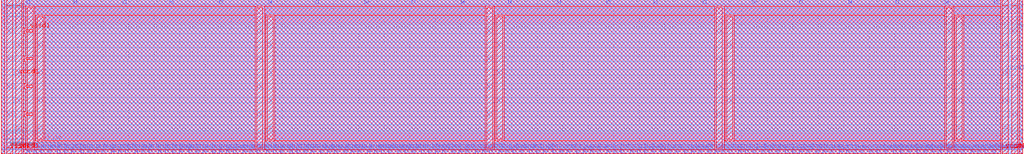
<source format=lef>
##
## LEF for PtnCells ;
## created by Innovus v19.11-s128_1 on Tue Nov 23 23:01:49 2021
##

VERSION 5.7 ;

BUSBITCHARS "[]" ;
DIVIDERCHAR "/" ;

MACRO N_term_single
  CLASS BLOCK ;
  SIZE 200.100000 BY 30.260000 ;
  FOREIGN N_term_single 0.000000 0.000000 ;
  ORIGIN 0 0 ;
  SYMMETRY X Y R90 ;
  PIN N1END[3]
    DIRECTION INPUT ;
    USE SIGNAL ;
    ANTENNAPARTIALMETALAREA 0.912 LAYER met2  ;
    ANTENNAPARTIALMETALSIDEAREA 4.452 LAYER met2  ;
    ANTENNAMODEL OXIDE1 ;
    ANTENNAGATEAREA 0.7425 LAYER met2  ;
    ANTENNAMAXAREACAR 5.68323 LAYER met2  ;
    ANTENNAMAXSIDEAREACAR 27.035 LAYER met2  ;
    ANTENNAMAXCUTCAR 0.0692256 LAYER via2  ;
    PORT
      LAYER met2 ;
        RECT 9.240000 0.000000 9.620000 0.700000 ;
    END
  END N1END[3]
  PIN N1END[2]
    DIRECTION INPUT ;
    USE SIGNAL ;
    ANTENNAPARTIALMETALAREA 0.8126 LAYER met2  ;
    ANTENNAPARTIALMETALSIDEAREA 3.955 LAYER met2  ;
    ANTENNAMODEL OXIDE1 ;
    ANTENNAGATEAREA 0.7425 LAYER met2  ;
    ANTENNAMAXAREACAR 4.94997 LAYER met2  ;
    ANTENNAMAXSIDEAREACAR 22.0774 LAYER met2  ;
    ANTENNAMAXCUTCAR 0.0692256 LAYER via2  ;
    PORT
      LAYER met2 ;
        RECT 7.860000 0.000000 8.240000 0.700000 ;
    END
  END N1END[2]
  PIN N1END[1]
    DIRECTION INPUT ;
    USE SIGNAL ;
    ANTENNAPARTIALMETALAREA 1.129 LAYER met2  ;
    ANTENNAPARTIALMETALSIDEAREA 5.537 LAYER met2  ;
    ANTENNAMODEL OXIDE1 ;
    ANTENNAGATEAREA 0.7425 LAYER met2  ;
    ANTENNAMAXAREACAR 3.56357 LAYER met2  ;
    ANTENNAMAXSIDEAREACAR 15.4431 LAYER met2  ;
    ANTENNAMAXCUTCAR 0.0692256 LAYER via2  ;
    PORT
      LAYER met2 ;
        RECT 6.480000 0.000000 6.860000 0.700000 ;
    END
  END N1END[1]
  PIN N1END[0]
    DIRECTION INPUT ;
    USE SIGNAL ;
    ANTENNAPARTIALMETALAREA 1.4482 LAYER met2  ;
    ANTENNAPARTIALMETALSIDEAREA 7.133 LAYER met2  ;
    ANTENNAMODEL OXIDE1 ;
    ANTENNAGATEAREA 0.7425 LAYER met2  ;
    ANTENNAMAXAREACAR 6.63697 LAYER met2  ;
    ANTENNAMAXSIDEAREACAR 30.8101 LAYER met2  ;
    ANTENNAMAXCUTCAR 0.0692256 LAYER via2  ;
    PORT
      LAYER met2 ;
        RECT 5.100000 0.000000 5.480000 0.700000 ;
    END
  END N1END[0]
  PIN N2MID[7]
    DIRECTION INPUT ;
    USE SIGNAL ;
    ANTENNAPARTIALMETALAREA 1.0602 LAYER met2  ;
    ANTENNAPARTIALMETALSIDEAREA 5.075 LAYER met2  ;
    ANTENNAMODEL OXIDE1 ;
    ANTENNAGATEAREA 0.7425 LAYER met2  ;
    ANTENNAMAXAREACAR 2.02505 LAYER met2  ;
    ANTENNAMAXSIDEAREACAR 8.58519 LAYER met2  ;
    ANTENNAMAXCUTCAR 0.0692256 LAYER via2  ;
    PORT
      LAYER met2 ;
        RECT 21.660000 0.000000 22.040000 0.700000 ;
    END
  END N2MID[7]
  PIN N2MID[6]
    DIRECTION INPUT ;
    USE SIGNAL ;
    ANTENNAPARTIALMETALAREA 1.129 LAYER met2  ;
    ANTENNAPARTIALMETALSIDEAREA 5.537 LAYER met2  ;
    ANTENNAMODEL OXIDE1 ;
    ANTENNAGATEAREA 0.7425 LAYER met2  ;
    ANTENNAMAXAREACAR 6.20741 LAYER met2  ;
    ANTENNAMAXSIDEAREACAR 29.6559 LAYER met2  ;
    ANTENNAMAXCUTCAR 0.0692256 LAYER via2  ;
    PORT
      LAYER met2 ;
        RECT 19.820000 0.000000 20.200000 0.700000 ;
    END
  END N2MID[6]
  PIN N2MID[5]
    DIRECTION INPUT ;
    USE SIGNAL ;
    ANTENNAPARTIALMETALAREA 1.2299 LAYER met2  ;
    ANTENNAPARTIALMETALSIDEAREA 5.9885 LAYER met2  ;
    ANTENNAPARTIALCUTAREA 0.04 LAYER via2  ;
    ANTENNAPARTIALMETALAREA 5.5008 LAYER met3  ;
    ANTENNAPARTIALMETALSIDEAREA 29.808 LAYER met3  ;
    ANTENNAMODEL OXIDE1 ;
    ANTENNAGATEAREA 0.7425 LAYER met3  ;
    ANTENNAMAXAREACAR 8.03879 LAYER met3  ;
    ANTENNAMAXSIDEAREACAR 42.0229 LAYER met3  ;
    ANTENNAMAXCUTCAR 0.123098 LAYER via3  ;
    PORT
      LAYER met2 ;
        RECT 18.440000 0.000000 18.820000 0.700000 ;
    END
  END N2MID[5]
  PIN N2MID[4]
    DIRECTION INPUT ;
    USE SIGNAL ;
    ANTENNAPARTIALMETALAREA 0.6321 LAYER met2  ;
    ANTENNAPARTIALMETALSIDEAREA 2.9995 LAYER met2  ;
    ANTENNAPARTIALCUTAREA 0.04 LAYER via2  ;
    ANTENNAPARTIALMETALAREA 6.0048 LAYER met3  ;
    ANTENNAPARTIALMETALSIDEAREA 32.496 LAYER met3  ;
    ANTENNAMODEL OXIDE1 ;
    ANTENNAGATEAREA 0.7425 LAYER met3  ;
    ANTENNAMAXAREACAR 9.10545 LAYER met3  ;
    ANTENNAMAXSIDEAREACAR 47.4815 LAYER met3  ;
    ANTENNAMAXCUTCAR 0.123098 LAYER via3  ;
    PORT
      LAYER met2 ;
        RECT 17.060000 0.000000 17.440000 0.700000 ;
    END
  END N2MID[4]
  PIN N2MID[3]
    DIRECTION INPUT ;
    USE SIGNAL ;
    ANTENNAPARTIALMETALAREA 0.8029 LAYER met2  ;
    ANTENNAPARTIALMETALSIDEAREA 3.8535 LAYER met2  ;
    ANTENNAPARTIALCUTAREA 0.04 LAYER via2  ;
    ANTENNAPARTIALMETALAREA 10.5588 LAYER met3  ;
    ANTENNAPARTIALMETALSIDEAREA 56.784 LAYER met3  ;
    ANTENNAMODEL OXIDE1 ;
    ANTENNAGATEAREA 0.7425 LAYER met3  ;
    ANTENNAMAXAREACAR 18.04 LAYER met3  ;
    ANTENNAMAXSIDEAREACAR 94.1077 LAYER met3  ;
    ANTENNAMAXCUTCAR 0.123098 LAYER via3  ;
    PORT
      LAYER met2 ;
        RECT 15.680000 0.000000 16.060000 0.700000 ;
    END
  END N2MID[3]
  PIN N2MID[2]
    DIRECTION INPUT ;
    USE SIGNAL ;
    ANTENNAPARTIALMETALAREA 1.6526 LAYER met2  ;
    ANTENNAPARTIALMETALSIDEAREA 8.155 LAYER met2  ;
    ANTENNAMODEL OXIDE1 ;
    ANTENNAGATEAREA 0.7425 LAYER met2  ;
    ANTENNAMAXAREACAR 6.7429 LAYER met2  ;
    ANTENNAMAXSIDEAREACAR 32.3333 LAYER met2  ;
    ANTENNAMAXCUTCAR 0.0692256 LAYER via2  ;
    PORT
      LAYER met2 ;
        RECT 13.840000 0.000000 14.220000 0.700000 ;
    END
  END N2MID[2]
  PIN N2MID[1]
    DIRECTION INPUT ;
    USE SIGNAL ;
    ANTENNAPARTIALMETALAREA 1.6569 LAYER met2  ;
    ANTENNAPARTIALMETALSIDEAREA 8.1235 LAYER met2  ;
    ANTENNAPARTIALCUTAREA 0.04 LAYER via2  ;
    ANTENNAPARTIALMETALAREA 13.7328 LAYER met3  ;
    ANTENNAPARTIALMETALSIDEAREA 73.712 LAYER met3  ;
    ANTENNAMODEL OXIDE1 ;
    ANTENNAGATEAREA 0.7425 LAYER met3  ;
    ANTENNAMAXAREACAR 19.2812 LAYER met3  ;
    ANTENNAMAXSIDEAREACAR 101.832 LAYER met3  ;
    ANTENNAMAXCUTCAR 0.123098 LAYER via3  ;
    PORT
      LAYER met2 ;
        RECT 12.460000 0.000000 12.840000 0.700000 ;
    END
  END N2MID[1]
  PIN N2MID[0]
    DIRECTION INPUT ;
    USE SIGNAL ;
    ANTENNAPARTIALMETALAREA 1.3928 LAYER met2  ;
    ANTENNAPARTIALMETALSIDEAREA 6.846 LAYER met2  ;
    ANTENNAMODEL OXIDE1 ;
    ANTENNAGATEAREA 0.7425 LAYER met2  ;
    ANTENNAMAXAREACAR 4.26613 LAYER met2  ;
    ANTENNAMAXSIDEAREACAR 19.936 LAYER met2  ;
    ANTENNAMAXCUTCAR 0.0692256 LAYER via2  ;
    PORT
      LAYER met2 ;
        RECT 11.080000 0.000000 11.460000 0.700000 ;
    END
  END N2MID[0]
  PIN N2END[7]
    DIRECTION INPUT ;
    USE SIGNAL ;
    ANTENNAPARTIALMETALAREA 1.7478 LAYER met2  ;
    ANTENNAPARTIALMETALSIDEAREA 8.631 LAYER met2  ;
    ANTENNAMODEL OXIDE1 ;
    ANTENNAGATEAREA 0.7425 LAYER met2  ;
    ANTENNAMAXAREACAR 4.38034 LAYER met2  ;
    ANTENNAMAXSIDEAREACAR 20.5205 LAYER met2  ;
    ANTENNAMAXCUTCAR 0.0692256 LAYER via2  ;
    PORT
      LAYER met2 ;
        RECT 33.620000 0.000000 34.000000 0.700000 ;
    END
  END N2END[7]
  PIN N2END[6]
    DIRECTION INPUT ;
    USE SIGNAL ;
    ANTENNAPARTIALMETALAREA 1.5098 LAYER met2  ;
    ANTENNAPARTIALMETALSIDEAREA 7.441 LAYER met2  ;
    ANTENNAMODEL OXIDE1 ;
    ANTENNAGATEAREA 0.7425 LAYER met2  ;
    ANTENNAMAXAREACAR 6.47805 LAYER met2  ;
    ANTENNAMAXSIDEAREACAR 29.2101 LAYER met2  ;
    ANTENNAMAXCUTCAR 0.0692256 LAYER via2  ;
    PORT
      LAYER met2 ;
        RECT 32.240000 0.000000 32.620000 0.700000 ;
    END
  END N2END[6]
  PIN N2END[5]
    DIRECTION INPUT ;
    USE SIGNAL ;
    ANTENNAPARTIALMETALAREA 1.4861 LAYER met2  ;
    ANTENNAPARTIALMETALSIDEAREA 7.2695 LAYER met2  ;
    ANTENNAPARTIALCUTAREA 0.04 LAYER via2  ;
    ANTENNAPARTIALMETALAREA 6.1908 LAYER met3  ;
    ANTENNAPARTIALMETALSIDEAREA 33.488 LAYER met3  ;
    ANTENNAMODEL OXIDE1 ;
    ANTENNAGATEAREA 0.7425 LAYER met3  ;
    ANTENNAMAXAREACAR 11.4671 LAYER met3  ;
    ANTENNAMAXSIDEAREACAR 59.2822 LAYER met3  ;
    ANTENNAMAXCUTCAR 0.123098 LAYER via3  ;
    PORT
      LAYER met2 ;
        RECT 30.860000 0.000000 31.240000 0.700000 ;
    END
  END N2END[5]
  PIN N2END[4]
    DIRECTION INPUT ;
    USE SIGNAL ;
    ANTENNAPARTIALMETALAREA 0.7482 LAYER met2  ;
    ANTENNAPARTIALMETALSIDEAREA 3.633 LAYER met2  ;
    ANTENNAMODEL OXIDE1 ;
    ANTENNAGATEAREA 0.7425 LAYER met2  ;
    ANTENNAMAXAREACAR 4.02963 LAYER met2  ;
    ANTENNAMAXSIDEAREACAR 18.767 LAYER met2  ;
    ANTENNAMAXCUTCAR 0.0692256 LAYER via2  ;
    PORT
      LAYER met2 ;
        RECT 29.020000 0.000000 29.400000 0.700000 ;
    END
  END N2END[4]
  PIN N2END[3]
    DIRECTION INPUT ;
    USE SIGNAL ;
    ANTENNAPARTIALMETALAREA 1.367 LAYER met2  ;
    ANTENNAPARTIALMETALSIDEAREA 6.727 LAYER met2  ;
    ANTENNAMODEL OXIDE1 ;
    ANTENNAGATEAREA 0.7425 LAYER met2  ;
    ANTENNAMAXAREACAR 8.18155 LAYER met2  ;
    ANTENNAMAXSIDEAREACAR 39.5266 LAYER met2  ;
    ANTENNAMAXCUTCAR 0.0692256 LAYER via2  ;
    PORT
      LAYER met2 ;
        RECT 27.640000 0.000000 28.020000 0.700000 ;
    END
  END N2END[3]
  PIN N2END[2]
    DIRECTION INPUT ;
    USE SIGNAL ;
    ANTENNAPARTIALMETALAREA 0.3799 LAYER met2  ;
    ANTENNAPARTIALMETALSIDEAREA 1.6205 LAYER met2  ;
    ANTENNAPARTIALCUTAREA 0.04 LAYER via2  ;
    ANTENNAPARTIALMETALAREA 6.0528 LAYER met3  ;
    ANTENNAPARTIALMETALSIDEAREA 32.752 LAYER met3  ;
    ANTENNAMODEL OXIDE1 ;
    ANTENNAGATEAREA 0.7425 LAYER met3  ;
    ANTENNAMAXAREACAR 10.5232 LAYER met3  ;
    ANTENNAMAXSIDEAREACAR 54.501 LAYER met3  ;
    ANTENNAMAXCUTCAR 0.123098 LAYER via3  ;
    PORT
      LAYER met2 ;
        RECT 26.260000 0.000000 26.640000 0.700000 ;
    END
  END N2END[2]
  PIN N2END[1]
    DIRECTION INPUT ;
    USE SIGNAL ;
    ANTENNAPARTIALMETALAREA 0.8698 LAYER met2  ;
    ANTENNAPARTIALMETALSIDEAREA 4.123 LAYER met2  ;
    ANTENNAMODEL OXIDE1 ;
    ANTENNAGATEAREA 0.7425 LAYER met2  ;
    ANTENNAMAXAREACAR 3.76721 LAYER met2  ;
    ANTENNAMAXSIDEAREACAR 15.602 LAYER met2  ;
    ANTENNAMAXCUTCAR 0.0692256 LAYER via2  ;
    PORT
      LAYER met2 ;
        RECT 24.420000 0.000000 24.800000 0.700000 ;
    END
  END N2END[1]
  PIN N2END[0]
    DIRECTION INPUT ;
    USE SIGNAL ;
    ANTENNAPARTIALMETALAREA 1.2242 LAYER met2  ;
    ANTENNAPARTIALMETALSIDEAREA 6.013 LAYER met2  ;
    ANTENNAMODEL OXIDE1 ;
    ANTENNAGATEAREA 0.7425 LAYER met2  ;
    ANTENNAMAXAREACAR 3.61104 LAYER met2  ;
    ANTENNAMAXSIDEAREACAR 16.6741 LAYER met2  ;
    ANTENNAMAXCUTCAR 0.0692256 LAYER via2  ;
    PORT
      LAYER met2 ;
        RECT 23.040000 0.000000 23.420000 0.700000 ;
    END
  END N2END[0]
  PIN N4END[15]
    DIRECTION INPUT ;
    USE SIGNAL ;
    ANTENNAPARTIALMETALAREA 1.4861 LAYER met2  ;
    ANTENNAPARTIALMETALSIDEAREA 7.2695 LAYER met2  ;
    ANTENNAPARTIALCUTAREA 0.04 LAYER via2  ;
    ANTENNAPARTIALMETALAREA 14.2848 LAYER met3  ;
    ANTENNAPARTIALMETALSIDEAREA 76.656 LAYER met3  ;
    ANTENNAMODEL OXIDE1 ;
    ANTENNAGATEAREA 0.7425 LAYER met3  ;
    ANTENNAMAXAREACAR 20.8069 LAYER met3  ;
    ANTENNAMAXSIDEAREACAR 109.615 LAYER met3  ;
    ANTENNAMAXCUTCAR 0.123098 LAYER via3  ;
    PORT
      LAYER met2 ;
        RECT 58.000000 0.000000 58.380000 0.700000 ;
    END
  END N4END[15]
  PIN N4END[14]
    DIRECTION INPUT ;
    USE SIGNAL ;
    ANTENNAPARTIALMETALAREA 1.0602 LAYER met2  ;
    ANTENNAPARTIALMETALSIDEAREA 5.075 LAYER met2  ;
    ANTENNAMODEL OXIDE1 ;
    ANTENNAGATEAREA 0.7425 LAYER met2  ;
    ANTENNAMAXAREACAR 3.84646 LAYER met2  ;
    ANTENNAMAXSIDEAREACAR 17.6923 LAYER met2  ;
    ANTENNAMAXCUTCAR 0.0692256 LAYER via2  ;
    PORT
      LAYER met2 ;
        RECT 56.620000 0.000000 57.000000 0.700000 ;
    END
  END N4END[14]
  PIN N4END[13]
    DIRECTION INPUT ;
    USE SIGNAL ;
    ANTENNAPARTIALMETALAREA 0.7482 LAYER met2  ;
    ANTENNAPARTIALMETALSIDEAREA 3.633 LAYER met2  ;
    ANTENNAMODEL OXIDE1 ;
    ANTENNAGATEAREA 0.7425 LAYER met2  ;
    ANTENNAMAXAREACAR 6.18687 LAYER met2  ;
    ANTENNAMAXSIDEAREACAR 28.262 LAYER met2  ;
    ANTENNAMAXCUTCAR 0.0692256 LAYER via2  ;
    PORT
      LAYER met2 ;
        RECT 54.780000 0.000000 55.160000 0.700000 ;
    END
  END N4END[13]
  PIN N4END[12]
    DIRECTION INPUT ;
    USE SIGNAL ;
    ANTENNAPARTIALMETALAREA 1.5222 LAYER met2  ;
    ANTENNAPARTIALMETALSIDEAREA 7.385 LAYER met2  ;
    ANTENNAMODEL OXIDE1 ;
    ANTENNAGATEAREA 0.7425 LAYER met2  ;
    ANTENNAMAXAREACAR 4.02936 LAYER met2  ;
    ANTENNAMAXSIDEAREACAR 18.6067 LAYER met2  ;
    ANTENNAMAXCUTCAR 0.0692256 LAYER via2  ;
    PORT
      LAYER met2 ;
        RECT 53.400000 0.000000 53.780000 0.700000 ;
    END
  END N4END[12]
  PIN N4END[11]
    DIRECTION INPUT ;
    USE SIGNAL ;
    ANTENNAPARTIALMETALAREA 0.8673 LAYER met2  ;
    ANTENNAPARTIALMETALSIDEAREA 4.1755 LAYER met2  ;
    ANTENNAPARTIALCUTAREA 0.04 LAYER via2  ;
    ANTENNAPARTIALMETALAREA 13.2258 LAYER met3  ;
    ANTENNAPARTIALMETALSIDEAREA 71.008 LAYER met3  ;
    ANTENNAMODEL OXIDE1 ;
    ANTENNAGATEAREA 0.7425 LAYER met3  ;
    ANTENNAMAXAREACAR 20.2423 LAYER met3  ;
    ANTENNAMAXSIDEAREACAR 106.316 LAYER met3  ;
    ANTENNAMAXCUTCAR 0.123098 LAYER via3  ;
    PORT
      LAYER met2 ;
        RECT 52.020000 0.000000 52.400000 0.700000 ;
    END
  END N4END[11]
  PIN N4END[10]
    DIRECTION INPUT ;
    USE SIGNAL ;
    ANTENNAPARTIALMETALAREA 1.703 LAYER met2  ;
    ANTENNAPARTIALMETALSIDEAREA 8.407 LAYER met2  ;
    ANTENNAMODEL OXIDE1 ;
    ANTENNAGATEAREA 0.7425 LAYER met2  ;
    ANTENNAMAXAREACAR 8.07508 LAYER met2  ;
    ANTENNAMAXSIDEAREACAR 38.2983 LAYER met2  ;
    ANTENNAMAXCUTCAR 0.0692256 LAYER via2  ;
    PORT
      LAYER met2 ;
        RECT 50.180000 0.000000 50.560000 0.700000 ;
    END
  END N4END[10]
  PIN N4END[9]
    DIRECTION INPUT ;
    USE SIGNAL ;
    ANTENNAPARTIALMETALAREA 1.8386 LAYER met2  ;
    ANTENNAPARTIALMETALSIDEAREA 8.967 LAYER met2  ;
    ANTENNAMODEL OXIDE1 ;
    ANTENNAGATEAREA 0.7425 LAYER met2  ;
    ANTENNAMAXAREACAR 3.14316 LAYER met2  ;
    ANTENNAMAXSIDEAREACAR 14.1758 LAYER met2  ;
    ANTENNAMAXCUTCAR 0.0692256 LAYER via2  ;
    PORT
      LAYER met2 ;
        RECT 48.800000 0.000000 49.180000 0.700000 ;
    END
  END N4END[9]
  PIN N4END[8]
    DIRECTION INPUT ;
    USE SIGNAL ;
    ANTENNAPARTIALMETALAREA 1.829 LAYER met2  ;
    ANTENNAPARTIALMETALSIDEAREA 9.037 LAYER met2  ;
    ANTENNAMODEL OXIDE1 ;
    ANTENNAGATEAREA 0.7425 LAYER met2  ;
    ANTENNAMAXAREACAR 7.15583 LAYER met2  ;
    ANTENNAMAXSIDEAREACAR 34.398 LAYER met2  ;
    ANTENNAMAXCUTCAR 0.0692256 LAYER via2  ;
    PORT
      LAYER met2 ;
        RECT 47.420000 0.000000 47.800000 0.700000 ;
    END
  END N4END[8]
  PIN N4END[7]
    DIRECTION INPUT ;
    USE SIGNAL ;
    ANTENNAPARTIALMETALAREA 1.9493 LAYER met2  ;
    ANTENNAPARTIALMETALSIDEAREA 9.4675 LAYER met2  ;
    ANTENNAPARTIALCUTAREA 0.04 LAYER via2  ;
    ANTENNAPARTIALMETALAREA 8.6748 LAYER met3  ;
    ANTENNAPARTIALMETALSIDEAREA 46.736 LAYER met3  ;
    ANTENNAMODEL OXIDE1 ;
    ANTENNAGATEAREA 0.7425 LAYER met3  ;
    ANTENNAMAXAREACAR 12.9572 LAYER met3  ;
    ANTENNAMAXSIDEAREACAR 67.8478 LAYER met3  ;
    ANTENNAMAXCUTCAR 0.123098 LAYER via3  ;
    PORT
      LAYER met2 ;
        RECT 45.580000 0.000000 45.960000 0.700000 ;
    END
  END N4END[7]
  PIN N4END[6]
    DIRECTION INPUT ;
    USE SIGNAL ;
    ANTENNAPARTIALMETALAREA 1.129 LAYER met2  ;
    ANTENNAPARTIALMETALSIDEAREA 5.537 LAYER met2  ;
    ANTENNAMODEL OXIDE1 ;
    ANTENNAGATEAREA 0.7425 LAYER met2  ;
    ANTENNAMAXAREACAR 3.60882 LAYER met2  ;
    ANTENNAMAXSIDEAREACAR 15.6694 LAYER met2  ;
    ANTENNAMAXCUTCAR 0.0692256 LAYER via2  ;
    PORT
      LAYER met2 ;
        RECT 44.200000 0.000000 44.580000 0.700000 ;
    END
  END N4END[6]
  PIN N4END[5]
    DIRECTION INPUT ;
    USE SIGNAL ;
    ANTENNAPARTIALMETALAREA 1.0126 LAYER met2  ;
    ANTENNAPARTIALMETALSIDEAREA 4.837 LAYER met2  ;
    ANTENNAMODEL OXIDE1 ;
    ANTENNAGATEAREA 0.7425 LAYER met2  ;
    ANTENNAMAXAREACAR 1.82397 LAYER met2  ;
    ANTENNAMAXSIDEAREACAR 7.67071 LAYER met2  ;
    ANTENNAMAXCUTCAR 0.0692256 LAYER via2  ;
    PORT
      LAYER met2 ;
        RECT 42.820000 0.000000 43.200000 0.700000 ;
    END
  END N4END[5]
  PIN N4END[4]
    DIRECTION INPUT ;
    USE SIGNAL ;
    ANTENNAPARTIALMETALAREA 1.115 LAYER met2  ;
    ANTENNAPARTIALMETALSIDEAREA 5.467 LAYER met2  ;
    ANTENNAMODEL OXIDE1 ;
    ANTENNAGATEAREA 0.7425 LAYER met2  ;
    ANTENNAMAXAREACAR 6.34505 LAYER met2  ;
    ANTENNAMAXSIDEAREACAR 30.3441 LAYER met2  ;
    ANTENNAMAXCUTCAR 0.0692256 LAYER via2  ;
    PORT
      LAYER met2 ;
        RECT 41.440000 0.000000 41.820000 0.700000 ;
    END
  END N4END[4]
  PIN N4END[3]
    DIRECTION INPUT ;
    USE SIGNAL ;
    ANTENNAPARTIALMETALAREA 1.0381 LAYER met2  ;
    ANTENNAPARTIALMETALSIDEAREA 5.0295 LAYER met2  ;
    ANTENNAPARTIALCUTAREA 0.04 LAYER via2  ;
    ANTENNAPARTIALMETALAREA 12.4428 LAYER met3  ;
    ANTENNAPARTIALMETALSIDEAREA 66.832 LAYER met3  ;
    ANTENNAMODEL OXIDE1 ;
    ANTENNAGATEAREA 0.7425 LAYER met3  ;
    ANTENNAMAXAREACAR 17.9244 LAYER met3  ;
    ANTENNAMAXSIDEAREACAR 94.3758 LAYER met3  ;
    ANTENNAMAXCUTCAR 0.123098 LAYER via3  ;
    PORT
      LAYER met2 ;
        RECT 39.600000 0.000000 39.980000 0.700000 ;
    END
  END N4END[3]
  PIN N4END[2]
    DIRECTION INPUT ;
    USE SIGNAL ;
    ANTENNAPARTIALMETALAREA 1.3153 LAYER met2  ;
    ANTENNAPARTIALMETALSIDEAREA 6.4155 LAYER met2  ;
    ANTENNAPARTIALCUTAREA 0.04 LAYER via2  ;
    ANTENNAPARTIALMETALAREA 14.6538 LAYER met3  ;
    ANTENNAPARTIALMETALSIDEAREA 78.624 LAYER met3  ;
    ANTENNAMODEL OXIDE1 ;
    ANTENNAGATEAREA 0.7425 LAYER met3  ;
    ANTENNAMAXAREACAR 21.4453 LAYER met3  ;
    ANTENNAMAXSIDEAREACAR 112.972 LAYER met3  ;
    ANTENNAMAXCUTCAR 0.123098 LAYER via3  ;
    PORT
      LAYER met2 ;
        RECT 38.220000 0.000000 38.600000 0.700000 ;
    END
  END N4END[2]
  PIN N4END[1]
    DIRECTION INPUT ;
    USE SIGNAL ;
    ANTENNAPARTIALMETALAREA 1.7054 LAYER met2  ;
    ANTENNAPARTIALMETALSIDEAREA 8.183 LAYER met2  ;
    ANTENNAMODEL OXIDE1 ;
    ANTENNAGATEAREA 0.7425 LAYER met2  ;
    ANTENNAMAXAREACAR 2.82424 LAYER met2  ;
    ANTENNAMAXSIDEAREACAR 12.4222 LAYER met2  ;
    ANTENNAMAXCUTCAR 0.0692256 LAYER via2  ;
    PORT
      LAYER met2 ;
        RECT 36.840000 0.000000 37.220000 0.700000 ;
    END
  END N4END[1]
  PIN N4END[0]
    DIRECTION INPUT ;
    USE SIGNAL ;
    ANTENNAPARTIALMETALAREA 1.0126 LAYER met2  ;
    ANTENNAPARTIALMETALSIDEAREA 4.837 LAYER met2  ;
    ANTENNAMODEL OXIDE1 ;
    ANTENNAGATEAREA 0.7425 LAYER met2  ;
    ANTENNAMAXAREACAR 2.06465 LAYER met2  ;
    ANTENNAMAXSIDEAREACAR 8.78316 LAYER met2  ;
    ANTENNAMAXCUTCAR 0.0692256 LAYER via2  ;
    PORT
      LAYER met2 ;
        RECT 35.000000 0.000000 35.380000 0.700000 ;
    END
  END N4END[0]
  PIN NN4END[15]
    DIRECTION INPUT ;
    USE SIGNAL ;
    ANTENNAPARTIALMETALAREA 1.1456 LAYER met2  ;
    ANTENNAPARTIALMETALSIDEAREA 5.502 LAYER met2  ;
    ANTENNAMODEL OXIDE1 ;
    ANTENNAGATEAREA 0.7425 LAYER met2  ;
    ANTENNAMAXAREACAR 2.0031 LAYER met2  ;
    ANTENNAMAXSIDEAREACAR 8.56633 LAYER met2  ;
    ANTENNAMAXCUTCAR 0.0692256 LAYER via2  ;
    PORT
      LAYER met2 ;
        RECT 82.380000 0.000000 82.760000 0.700000 ;
    END
  END NN4END[15]
  PIN NN4END[14]
    DIRECTION INPUT ;
    USE SIGNAL ;
    ANTENNAPARTIALMETALAREA 1.5098 LAYER met2  ;
    ANTENNAPARTIALMETALSIDEAREA 7.441 LAYER met2  ;
    ANTENNAMODEL OXIDE1 ;
    ANTENNAGATEAREA 0.7425 LAYER met2  ;
    ANTENNAMAXAREACAR 9.02249 LAYER met2  ;
    ANTENNAMAXSIDEAREACAR 43.7313 LAYER met2  ;
    ANTENNAMAXCUTCAR 0.0692256 LAYER via2  ;
    PORT
      LAYER met2 ;
        RECT 80.540000 0.000000 80.920000 0.700000 ;
    END
  END NN4END[14]
  PIN NN4END[13]
    DIRECTION INPUT ;
    USE SIGNAL ;
    ANTENNAPARTIALMETALAREA 1.3458 LAYER met2  ;
    ANTENNAPARTIALMETALSIDEAREA 6.503 LAYER met2  ;
    ANTENNAMODEL OXIDE1 ;
    ANTENNAGATEAREA 0.7425 LAYER met2  ;
    ANTENNAMAXAREACAR 2.27273 LAYER met2  ;
    ANTENNAMAXSIDEAREACAR 9.91448 LAYER met2  ;
    ANTENNAMAXCUTCAR 0.0692256 LAYER via2  ;
    PORT
      LAYER met2 ;
        RECT 79.160000 0.000000 79.540000 0.700000 ;
    END
  END NN4END[13]
  PIN NN4END[12]
    DIRECTION INPUT ;
    USE SIGNAL ;
    ANTENNAPARTIALMETALAREA 1.441 LAYER met2  ;
    ANTENNAPARTIALMETALSIDEAREA 6.979 LAYER met2  ;
    ANTENNAMODEL OXIDE1 ;
    ANTENNAGATEAREA 0.7425 LAYER met2  ;
    ANTENNAMAXAREACAR 4.23508 LAYER met2  ;
    ANTENNAMAXSIDEAREACAR 18.3441 LAYER met2  ;
    ANTENNAMAXCUTCAR 0.0692256 LAYER via2  ;
    PORT
      LAYER met2 ;
        RECT 77.780000 0.000000 78.160000 0.700000 ;
    END
  END NN4END[12]
  PIN NN4END[11]
    DIRECTION INPUT ;
    USE SIGNAL ;
    ANTENNAPARTIALMETALAREA 1.0336 LAYER met2  ;
    ANTENNAPARTIALMETALSIDEAREA 4.942 LAYER met2  ;
    ANTENNAMODEL OXIDE1 ;
    ANTENNAGATEAREA 0.7425 LAYER met2  ;
    ANTENNAMAXAREACAR 1.85226 LAYER met2  ;
    ANTENNAMAXSIDEAREACAR 7.81212 LAYER met2  ;
    ANTENNAMAXCUTCAR 0.0692256 LAYER via2  ;
    PORT
      LAYER met2 ;
        RECT 75.940000 0.000000 76.320000 0.700000 ;
    END
  END NN4END[11]
  PIN NN4END[10]
    DIRECTION INPUT ;
    USE SIGNAL ;
    ANTENNAPARTIALMETALAREA 1.367 LAYER met2  ;
    ANTENNAPARTIALMETALSIDEAREA 6.727 LAYER met2  ;
    ANTENNAMODEL OXIDE1 ;
    ANTENNAGATEAREA 0.7425 LAYER met2  ;
    ANTENNAMAXAREACAR 7.74788 LAYER met2  ;
    ANTENNAMAXSIDEAREACAR 37.3582 LAYER met2  ;
    ANTENNAMAXCUTCAR 0.0692256 LAYER via2  ;
    PORT
      LAYER met2 ;
        RECT 74.560000 0.000000 74.940000 0.700000 ;
    END
  END NN4END[10]
  PIN NN4END[9]
    DIRECTION INPUT ;
    USE SIGNAL ;
    ANTENNAPARTIALMETALAREA 1.6102 LAYER met2  ;
    ANTENNAPARTIALMETALSIDEAREA 7.707 LAYER met2  ;
    ANTENNAMODEL OXIDE1 ;
    ANTENNAGATEAREA 0.7425 LAYER met2  ;
    ANTENNAMAXAREACAR 2.62882 LAYER met2  ;
    ANTENNAMAXSIDEAREACAR 11.536 LAYER met2  ;
    ANTENNAMAXCUTCAR 0.0692256 LAYER via2  ;
    PORT
      LAYER met2 ;
        RECT 73.180000 0.000000 73.560000 0.700000 ;
    END
  END NN4END[9]
  PIN NN4END[8]
    DIRECTION INPUT ;
    USE SIGNAL ;
    ANTENNAPARTIALMETALAREA 2.4479 LAYER met2  ;
    ANTENNAPARTIALMETALSIDEAREA 12.0785 LAYER met2  ;
    ANTENNAPARTIALCUTAREA 0.04 LAYER via2  ;
    ANTENNAPARTIALMETALAREA 20.3568 LAYER met3  ;
    ANTENNAPARTIALMETALSIDEAREA 109.04 LAYER met3  ;
    ANTENNAMODEL OXIDE1 ;
    ANTENNAGATEAREA 0.7425 LAYER met3  ;
    ANTENNAMAXAREACAR 30.4648 LAYER met3  ;
    ANTENNAMAXSIDEAREACAR 160.63 LAYER met3  ;
    ANTENNAMAXCUTCAR 0.123098 LAYER via3  ;
    PORT
      LAYER met2 ;
        RECT 71.800000 0.000000 72.180000 0.700000 ;
    END
  END NN4END[8]
  PIN NN4END[7]
    DIRECTION INPUT ;
    USE SIGNAL ;
    ANTENNAPARTIALMETALAREA 2.5358 LAYER met2  ;
    ANTENNAPARTIALMETALSIDEAREA 12.453 LAYER met2  ;
    ANTENNAMODEL OXIDE1 ;
    ANTENNAGATEAREA 0.7425 LAYER met2  ;
    ANTENNAMAXAREACAR 3.94263 LAYER met2  ;
    ANTENNAMAXSIDEAREACAR 18.1731 LAYER met2  ;
    ANTENNAMAXCUTCAR 0.0692256 LAYER via2  ;
    PORT
      LAYER met2 ;
        RECT 69.960000 0.000000 70.340000 0.700000 ;
    END
  END NN4END[7]
  PIN NN4END[6]
    DIRECTION INPUT ;
    USE SIGNAL ;
    ANTENNAPARTIALMETALAREA 3.569 LAYER met2  ;
    ANTENNAPARTIALMETALSIDEAREA 17.619 LAYER met2  ;
    ANTENNAMODEL OXIDE1 ;
    ANTENNAGATEAREA 0.7425 LAYER met2  ;
    ANTENNAMAXAREACAR 5.26694 LAYER met2  ;
    ANTENNAMAXSIDEAREACAR 24.8855 LAYER met2  ;
    ANTENNAMAXCUTCAR 0.0692256 LAYER via2  ;
    PORT
      LAYER met2 ;
        RECT 68.580000 0.000000 68.960000 0.700000 ;
    END
  END NN4END[6]
  PIN NN4END[5]
    DIRECTION INPUT ;
    USE SIGNAL ;
    ANTENNAPARTIALMETALAREA 1.6569 LAYER met2  ;
    ANTENNAPARTIALMETALSIDEAREA 8.1235 LAYER met2  ;
    ANTENNAPARTIALCUTAREA 0.04 LAYER via2  ;
    ANTENNAPARTIALMETALAREA 22.1928 LAYER met3  ;
    ANTENNAPARTIALMETALSIDEAREA 118.832 LAYER met3  ;
    ANTENNAMODEL OXIDE1 ;
    ANTENNAGATEAREA 0.7425 LAYER met3  ;
    ANTENNAMAXAREACAR 30.6341 LAYER met3  ;
    ANTENNAMAXSIDEAREACAR 162.392 LAYER met3  ;
    ANTENNAMAXCUTCAR 0.123098 LAYER via3  ;
    PORT
      LAYER met2 ;
        RECT 67.200000 0.000000 67.580000 0.700000 ;
    END
  END NN4END[5]
  PIN NN4END[4]
    DIRECTION INPUT ;
    USE SIGNAL ;
    ANTENNAPARTIALMETALAREA 1.9382 LAYER met2  ;
    ANTENNAPARTIALMETALSIDEAREA 9.583 LAYER met2  ;
    ANTENNAMODEL OXIDE1 ;
    ANTENNAGATEAREA 0.7425 LAYER met2  ;
    ANTENNAMAXAREACAR 15.5143 LAYER met2  ;
    ANTENNAMAXSIDEAREACAR 76.1906 LAYER met2  ;
    ANTENNAMAXCUTCAR 0.0692256 LAYER via2  ;
    PORT
      LAYER met2 ;
        RECT 65.360000 0.000000 65.740000 0.700000 ;
    END
  END NN4END[4]
  PIN NN4END[3]
    DIRECTION INPUT ;
    USE SIGNAL ;
    ANTENNAPARTIALMETALAREA 1.5098 LAYER met2  ;
    ANTENNAPARTIALMETALSIDEAREA 7.441 LAYER met2  ;
    ANTENNAMODEL OXIDE1 ;
    ANTENNAGATEAREA 0.7425 LAYER met2  ;
    ANTENNAMAXAREACAR 10.1074 LAYER met2  ;
    ANTENNAMAXSIDEAREACAR 48.0572 LAYER met2  ;
    ANTENNAMAXCUTCAR 0.0692256 LAYER via2  ;
    PORT
      LAYER met2 ;
        RECT 63.980000 0.000000 64.360000 0.700000 ;
    END
  END NN4END[3]
  PIN NN4END[2]
    DIRECTION INPUT ;
    USE SIGNAL ;
    ANTENNAPARTIALMETALAREA 1.1445 LAYER met2  ;
    ANTENNAPARTIALMETALSIDEAREA 5.5615 LAYER met2  ;
    ANTENNAPARTIALCUTAREA 0.04 LAYER via2  ;
    ANTENNAPARTIALMETALAREA 16.6308 LAYER met3  ;
    ANTENNAPARTIALMETALSIDEAREA 89.168 LAYER met3  ;
    ANTENNAMODEL OXIDE1 ;
    ANTENNAGATEAREA 0.7425 LAYER met3  ;
    ANTENNAMAXAREACAR 23.7779 LAYER met3  ;
    ANTENNAMAXSIDEAREACAR 125.523 LAYER met3  ;
    ANTENNAMAXCUTCAR 0.123098 LAYER via3  ;
    PORT
      LAYER met2 ;
        RECT 62.600000 0.000000 62.980000 0.700000 ;
    END
  END NN4END[2]
  PIN NN4END[1]
    DIRECTION INPUT ;
    USE SIGNAL ;
    ANTENNAPARTIALMETALAREA 4.997 LAYER met2  ;
    ANTENNAPARTIALMETALSIDEAREA 24.759 LAYER met2  ;
    ANTENNAMODEL OXIDE1 ;
    ANTENNAGATEAREA 0.7425 LAYER met2  ;
    ANTENNAMAXAREACAR 7.19017 LAYER met2  ;
    ANTENNAMAXSIDEAREACAR 34.5017 LAYER met2  ;
    ANTENNAMAXCUTCAR 0.0692256 LAYER via2  ;
    PORT
      LAYER met2 ;
        RECT 60.760000 0.000000 61.140000 0.700000 ;
    END
  END NN4END[1]
  PIN NN4END[0]
    DIRECTION INPUT ;
    USE SIGNAL ;
    ANTENNAPARTIALMETALAREA 0.4548 LAYER met2  ;
    ANTENNAPARTIALMETALSIDEAREA 2.156 LAYER met2  ;
    ANTENNAMODEL OXIDE1 ;
    ANTENNAGATEAREA 0.7425 LAYER met2  ;
    ANTENNAMAXAREACAR 1.92054 LAYER met2  ;
    ANTENNAMAXSIDEAREACAR 8.20808 LAYER met2  ;
    ANTENNAMAXCUTCAR 0.0692256 LAYER via2  ;
    PORT
      LAYER met2 ;
        RECT 59.380000 0.000000 59.760000 0.700000 ;
    END
  END NN4END[0]
  PIN Ci
    DIRECTION INPUT ;
    USE SIGNAL ;
    PORT
      LAYER met2 ;
        RECT 164.260000 0.000000 164.640000 0.700000 ;
    END
  END Ci
  PIN S1BEG[3]
    DIRECTION OUTPUT ;
    USE SIGNAL ;
    ANTENNAPARTIALMETALAREA 2.6208 LAYER met2  ;
    ANTENNAPARTIALMETALSIDEAREA 12.943 LAYER met2  ;
    ANTENNAPARTIALCUTAREA 0.04 LAYER via2  ;
    ANTENNADIFFAREA 1.782 LAYER met3  ;
    ANTENNAPARTIALMETALAREA 18.1488 LAYER met3  ;
    ANTENNAPARTIALMETALSIDEAREA 97.264 LAYER met3  ;
    PORT
      LAYER met2 ;
        RECT 88.360000 0.000000 88.740000 0.700000 ;
    END
  END S1BEG[3]
  PIN S1BEG[2]
    DIRECTION OUTPUT ;
    USE SIGNAL ;
    ANTENNADIFFAREA 1.782 LAYER met2  ;
    ANTENNAPARTIALMETALAREA 5.2042 LAYER met2  ;
    ANTENNAPARTIALMETALSIDEAREA 25.795 LAYER met2  ;
    PORT
      LAYER met2 ;
        RECT 86.520000 0.000000 86.900000 0.700000 ;
    END
  END S1BEG[2]
  PIN S1BEG[1]
    DIRECTION OUTPUT ;
    USE SIGNAL ;
    ANTENNADIFFAREA 1.782 LAYER met2  ;
    ANTENNAPARTIALMETALAREA 4.0142 LAYER met2  ;
    ANTENNAPARTIALMETALSIDEAREA 19.845 LAYER met2  ;
    PORT
      LAYER met2 ;
        RECT 85.140000 0.000000 85.520000 0.700000 ;
    END
  END S1BEG[1]
  PIN S1BEG[0]
    DIRECTION OUTPUT ;
    USE SIGNAL ;
    ANTENNAPARTIALMETALAREA 2.2316 LAYER met2  ;
    ANTENNAPARTIALMETALSIDEAREA 10.997 LAYER met2  ;
    ANTENNAPARTIALCUTAREA 0.04 LAYER via2  ;
    ANTENNADIFFAREA 1.782 LAYER met3  ;
    ANTENNAPARTIALMETALAREA 15.2058 LAYER met3  ;
    ANTENNAPARTIALMETALSIDEAREA 81.568 LAYER met3  ;
    PORT
      LAYER met2 ;
        RECT 83.760000 0.000000 84.140000 0.700000 ;
    END
  END S1BEG[0]
  PIN S2BEG[7]
    DIRECTION OUTPUT ;
    USE SIGNAL ;
    ANTENNAPARTIALMETALAREA 1.2585 LAYER met2  ;
    ANTENNAPARTIALMETALSIDEAREA 6.1215 LAYER met2  ;
    ANTENNAPARTIALCUTAREA 0.04 LAYER via2  ;
    ANTENNADIFFAREA 1.782 LAYER met3  ;
    ANTENNAPARTIALMETALAREA 2.4648 LAYER met3  ;
    ANTENNAPARTIALMETALSIDEAREA 13.616 LAYER met3  ;
    PORT
      LAYER met2 ;
        RECT 112.740000 0.000000 113.120000 0.700000 ;
    END
  END S2BEG[7]
  PIN S2BEG[6]
    DIRECTION OUTPUT ;
    USE SIGNAL ;
    ANTENNAPARTIALMETALAREA 2.6705 LAYER met2  ;
    ANTENNAPARTIALMETALSIDEAREA 13.0165 LAYER met2  ;
    ANTENNAPARTIALCUTAREA 0.04 LAYER via2  ;
    ANTENNADIFFAREA 1.782 LAYER met3  ;
    ANTENNAPARTIALMETALAREA 2.0508 LAYER met3  ;
    ANTENNAPARTIALMETALSIDEAREA 11.408 LAYER met3  ;
    PORT
      LAYER met2 ;
        RECT 110.900000 0.000000 111.280000 0.700000 ;
    END
  END S2BEG[6]
  PIN S2BEG[5]
    DIRECTION OUTPUT ;
    USE SIGNAL ;
    ANTENNADIFFAREA 1.782 LAYER met2  ;
    ANTENNAPARTIALMETALAREA 5.6354 LAYER met2  ;
    ANTENNAPARTIALMETALSIDEAREA 27.951 LAYER met2  ;
    PORT
      LAYER met2 ;
        RECT 109.520000 0.000000 109.900000 0.700000 ;
    END
  END S2BEG[5]
  PIN S2BEG[4]
    DIRECTION OUTPUT ;
    USE SIGNAL ;
    ANTENNAPARTIALMETALAREA 0.8029 LAYER met2  ;
    ANTENNAPARTIALMETALSIDEAREA 3.8535 LAYER met2  ;
    ANTENNAPARTIALCUTAREA 0.04 LAYER via2  ;
    ANTENNADIFFAREA 1.782 LAYER met3  ;
    ANTENNAPARTIALMETALAREA 8.3058 LAYER met3  ;
    ANTENNAPARTIALMETALSIDEAREA 44.768 LAYER met3  ;
    PORT
      LAYER met2 ;
        RECT 108.140000 0.000000 108.520000 0.700000 ;
    END
  END S2BEG[4]
  PIN S2BEG[3]
    DIRECTION OUTPUT ;
    USE SIGNAL ;
    ANTENNAPARTIALMETALAREA 2.7671 LAYER met2  ;
    ANTENNAPARTIALMETALSIDEAREA 13.6745 LAYER met2  ;
    ANTENNAPARTIALCUTAREA 0.04 LAYER via2  ;
    ANTENNADIFFAREA 1.782 LAYER met3  ;
    ANTENNAPARTIALMETALAREA 20.1288 LAYER met3  ;
    ANTENNAPARTIALMETALSIDEAREA 107.824 LAYER met3  ;
    PORT
      LAYER met2 ;
        RECT 106.300000 0.000000 106.680000 0.700000 ;
    END
  END S2BEG[3]
  PIN S2BEG[2]
    DIRECTION OUTPUT ;
    USE SIGNAL ;
    ANTENNAPARTIALMETALAREA 3.2795 LAYER met2  ;
    ANTENNAPARTIALMETALSIDEAREA 16.2365 LAYER met2  ;
    ANTENNAPARTIALCUTAREA 0.04 LAYER via2  ;
    ANTENNADIFFAREA 1.782 LAYER met3  ;
    ANTENNAPARTIALMETALAREA 19.7118 LAYER met3  ;
    ANTENNAPARTIALMETALSIDEAREA 105.6 LAYER met3  ;
    PORT
      LAYER met2 ;
        RECT 104.920000 0.000000 105.300000 0.700000 ;
    END
  END S2BEG[2]
  PIN S2BEG[1]
    DIRECTION OUTPUT ;
    USE SIGNAL ;
    ANTENNADIFFAREA 1.782 LAYER met2  ;
    ANTENNAPARTIALMETALAREA 3.8378 LAYER met2  ;
    ANTENNAPARTIALMETALSIDEAREA 18.963 LAYER met2  ;
    PORT
      LAYER met2 ;
        RECT 103.540000 0.000000 103.920000 0.700000 ;
    END
  END S2BEG[1]
  PIN S2BEG[0]
    DIRECTION OUTPUT ;
    USE SIGNAL ;
    ANTENNAPARTIALCUTAREA 0.04 LAYER via2  ;
    ANTENNADIFFAREA 1.782 LAYER met3  ;
    ANTENNAPARTIALMETALAREA 7.5708 LAYER met3  ;
    ANTENNAPARTIALMETALSIDEAREA 40.848 LAYER met3  ;
    PORT
      LAYER met2 ;
        RECT 101.700000 0.000000 102.080000 0.700000 ;
    END
  END S2BEG[0]
  PIN S2BEGb[7]
    DIRECTION OUTPUT ;
    USE SIGNAL ;
    ANTENNADIFFAREA 1.782 LAYER met2  ;
    ANTENNAPARTIALMETALAREA 6.5062 LAYER met2  ;
    ANTENNAPARTIALMETALSIDEAREA 32.305 LAYER met2  ;
    PORT
      LAYER met2 ;
        RECT 100.320000 0.000000 100.700000 0.700000 ;
    END
  END S2BEGb[7]
  PIN S2BEGb[6]
    DIRECTION OUTPUT ;
    USE SIGNAL ;
    ANTENNADIFFAREA 1.782 LAYER met2  ;
    ANTENNAPARTIALMETALAREA 3.457 LAYER met2  ;
    ANTENNAPARTIALMETALSIDEAREA 17.059 LAYER met2  ;
    PORT
      LAYER met2 ;
        RECT 98.940000 0.000000 99.320000 0.700000 ;
    END
  END S2BEGb[6]
  PIN S2BEGb[5]
    DIRECTION OUTPUT ;
    USE SIGNAL ;
    ANTENNADIFFAREA 1.782 LAYER met2  ;
    ANTENNAPARTIALMETALAREA 0.9246 LAYER met2  ;
    ANTENNAPARTIALMETALSIDEAREA 4.515 LAYER met2  ;
    PORT
      LAYER met2 ;
        RECT 97.560000 0.000000 97.940000 0.700000 ;
    END
  END S2BEGb[5]
  PIN S2BEGb[4]
    DIRECTION OUTPUT ;
    USE SIGNAL ;
    ANTENNADIFFAREA 1.782 LAYER met2  ;
    ANTENNAPARTIALMETALAREA 1.441 LAYER met2  ;
    ANTENNAPARTIALMETALSIDEAREA 6.979 LAYER met2  ;
    PORT
      LAYER met2 ;
        RECT 95.720000 0.000000 96.100000 0.700000 ;
    END
  END S2BEGb[4]
  PIN S2BEGb[3]
    DIRECTION OUTPUT ;
    USE SIGNAL ;
    ANTENNADIFFAREA 1.782 LAYER met2  ;
    ANTENNAPARTIALMETALAREA 5.0166 LAYER met2  ;
    ANTENNAPARTIALMETALSIDEAREA 24.857 LAYER met2  ;
    PORT
      LAYER met2 ;
        RECT 94.340000 0.000000 94.720000 0.700000 ;
    END
  END S2BEGb[3]
  PIN S2BEGb[2]
    DIRECTION OUTPUT ;
    USE SIGNAL ;
    ANTENNAPARTIALMETALAREA 1.0591 LAYER met2  ;
    ANTENNAPARTIALMETALSIDEAREA 5.1345 LAYER met2  ;
    ANTENNAPARTIALCUTAREA 0.04 LAYER via2  ;
    ANTENNADIFFAREA 1.782 LAYER met3  ;
    ANTENNAPARTIALMETALAREA 1.3608 LAYER met3  ;
    ANTENNAPARTIALMETALSIDEAREA 7.728 LAYER met3  ;
    PORT
      LAYER met2 ;
        RECT 92.960000 0.000000 93.340000 0.700000 ;
    END
  END S2BEGb[2]
  PIN S2BEGb[1]
    DIRECTION OUTPUT ;
    USE SIGNAL ;
    ANTENNAPARTIALMETALAREA 0.6321 LAYER met2  ;
    ANTENNAPARTIALMETALSIDEAREA 2.9995 LAYER met2  ;
    ANTENNAPARTIALCUTAREA 0.04 LAYER via2  ;
    ANTENNADIFFAREA 1.782 LAYER met3  ;
    ANTENNAPARTIALMETALAREA 10.7898 LAYER met3  ;
    ANTENNAPARTIALMETALSIDEAREA 58.016 LAYER met3  ;
    PORT
      LAYER met2 ;
        RECT 91.120000 0.000000 91.500000 0.700000 ;
    END
  END S2BEGb[1]
  PIN S2BEGb[0]
    DIRECTION OUTPUT ;
    USE SIGNAL ;
    ANTENNADIFFAREA 1.782 LAYER met2  ;
    ANTENNAPARTIALMETALAREA 4.2046 LAYER met2  ;
    ANTENNAPARTIALMETALSIDEAREA 20.797 LAYER met2  ;
    PORT
      LAYER met2 ;
        RECT 89.740000 0.000000 90.120000 0.700000 ;
    END
  END S2BEGb[0]
  PIN S4BEG[15]
    DIRECTION OUTPUT ;
    USE SIGNAL ;
    ANTENNADIFFAREA 1.782 LAYER met2  ;
    ANTENNAPARTIALMETALAREA 0.9078 LAYER met2  ;
    ANTENNAPARTIALMETALSIDEAREA 4.431 LAYER met2  ;
    PORT
      LAYER met2 ;
        RECT 136.660000 0.000000 137.040000 0.700000 ;
    END
  END S4BEG[15]
  PIN S4BEG[14]
    DIRECTION OUTPUT ;
    USE SIGNAL ;
    ANTENNADIFFAREA 1.782 LAYER met2  ;
    ANTENNAPARTIALMETALAREA 1.0126 LAYER met2  ;
    ANTENNAPARTIALMETALSIDEAREA 4.837 LAYER met2  ;
    PORT
      LAYER met2 ;
        RECT 135.280000 0.000000 135.660000 0.700000 ;
    END
  END S4BEG[14]
  PIN S4BEG[13]
    DIRECTION OUTPUT ;
    USE SIGNAL ;
    ANTENNAPARTIALMETALAREA 1.1025 LAYER met2  ;
    ANTENNAPARTIALMETALSIDEAREA 5.3515 LAYER met2  ;
    ANTENNAPARTIALCUTAREA 0.04 LAYER via2  ;
    ANTENNADIFFAREA 1.782 LAYER met3  ;
    ANTENNAPARTIALMETALAREA 10.8828 LAYER met3  ;
    ANTENNAPARTIALMETALSIDEAREA 58.512 LAYER met3  ;
    PORT
      LAYER met2 ;
        RECT 133.900000 0.000000 134.280000 0.700000 ;
    END
  END S4BEG[13]
  PIN S4BEG[12]
    DIRECTION OUTPUT ;
    USE SIGNAL ;
    ANTENNAPARTIALMETALAREA 2.5963 LAYER met2  ;
    ANTENNAPARTIALMETALSIDEAREA 12.8205 LAYER met2  ;
    ANTENNAPARTIALCUTAREA 0.04 LAYER via2  ;
    ANTENNADIFFAREA 1.782 LAYER met3  ;
    ANTENNAPARTIALMETALAREA 13.9416 LAYER met3  ;
    ANTENNAPARTIALMETALSIDEAREA 75.296 LAYER met3  ;
    PORT
      LAYER met2 ;
        RECT 132.060000 0.000000 132.440000 0.700000 ;
    END
  END S4BEG[12]
  PIN S4BEG[11]
    DIRECTION OUTPUT ;
    USE SIGNAL ;
    ANTENNAPARTIALMETALAREA 3.0595 LAYER met2  ;
    ANTENNAPARTIALMETALSIDEAREA 15.0185 LAYER met2  ;
    ANTENNAPARTIALCUTAREA 0.04 LAYER via2  ;
    ANTENNADIFFAREA 1.782 LAYER met3  ;
    ANTENNAPARTIALMETALAREA 8.2608 LAYER met3  ;
    ANTENNAPARTIALMETALSIDEAREA 44.528 LAYER met3  ;
    PORT
      LAYER met2 ;
        RECT 130.680000 0.000000 131.060000 0.700000 ;
    END
  END S4BEG[11]
  PIN S4BEG[10]
    DIRECTION OUTPUT ;
    USE SIGNAL ;
    ANTENNADIFFAREA 1.782 LAYER met2  ;
    ANTENNAPARTIALMETALAREA 1.0126 LAYER met2  ;
    ANTENNAPARTIALMETALSIDEAREA 4.837 LAYER met2  ;
    PORT
      LAYER met2 ;
        RECT 129.300000 0.000000 129.680000 0.700000 ;
    END
  END S4BEG[10]
  PIN S4BEG[9]
    DIRECTION OUTPUT ;
    USE SIGNAL ;
    ANTENNAPARTIALMETALAREA 4.1979 LAYER met2  ;
    ANTENNAPARTIALMETALSIDEAREA 20.8285 LAYER met2  ;
    ANTENNAPARTIALCUTAREA 0.04 LAYER via2  ;
    ANTENNADIFFAREA 1.782 LAYER met3  ;
    ANTENNAPARTIALMETALAREA 21.6468 LAYER met3  ;
    ANTENNAPARTIALMETALSIDEAREA 115.92 LAYER met3  ;
    PORT
      LAYER met2 ;
        RECT 127.460000 0.000000 127.840000 0.700000 ;
    END
  END S4BEG[9]
  PIN S4BEG[8]
    DIRECTION OUTPUT ;
    USE SIGNAL ;
    ANTENNAPARTIALMETALAREA 1.3153 LAYER met2  ;
    ANTENNAPARTIALMETALSIDEAREA 6.4155 LAYER met2  ;
    ANTENNAPARTIALCUTAREA 0.04 LAYER via2  ;
    ANTENNADIFFAREA 1.782 LAYER met3  ;
    ANTENNAPARTIALMETALAREA 11.8458 LAYER met3  ;
    ANTENNAPARTIALMETALSIDEAREA 63.648 LAYER met3  ;
    PORT
      LAYER met2 ;
        RECT 126.080000 0.000000 126.460000 0.700000 ;
    END
  END S4BEG[8]
  PIN S4BEG[7]
    DIRECTION OUTPUT ;
    USE SIGNAL ;
    ANTENNADIFFAREA 1.782 LAYER met2  ;
    ANTENNAPARTIALMETALAREA 3.4136 LAYER met2  ;
    ANTENNAPARTIALMETALSIDEAREA 16.842 LAYER met2  ;
    PORT
      LAYER met2 ;
        RECT 124.700000 0.000000 125.080000 0.700000 ;
    END
  END S4BEG[7]
  PIN S4BEG[6]
    DIRECTION OUTPUT ;
    USE SIGNAL ;
    ANTENNAPARTIALMETALAREA 1.8277 LAYER met2  ;
    ANTENNAPARTIALMETALSIDEAREA 8.9775 LAYER met2  ;
    ANTENNAPARTIALCUTAREA 0.04 LAYER via2  ;
    ANTENNADIFFAREA 1.782 LAYER met3  ;
    ANTENNAPARTIALMETALAREA 8.1228 LAYER met3  ;
    ANTENNAPARTIALMETALSIDEAREA 43.792 LAYER met3  ;
    PORT
      LAYER met2 ;
        RECT 123.320000 0.000000 123.700000 0.700000 ;
    END
  END S4BEG[6]
  PIN S4BEG[5]
    DIRECTION OUTPUT ;
    USE SIGNAL ;
    ANTENNADIFFAREA 1.782 LAYER met2  ;
    ANTENNAPARTIALMETALAREA 2.3314 LAYER met2  ;
    ANTENNAPARTIALMETALSIDEAREA 11.431 LAYER met2  ;
    PORT
      LAYER met2 ;
        RECT 121.480000 0.000000 121.860000 0.700000 ;
    END
  END S4BEG[5]
  PIN S4BEG[4]
    DIRECTION OUTPUT ;
    USE SIGNAL ;
    ANTENNAPARTIALMETALAREA 0.6321 LAYER met2  ;
    ANTENNAPARTIALMETALSIDEAREA 2.9995 LAYER met2  ;
    ANTENNAPARTIALCUTAREA 0.04 LAYER via2  ;
    ANTENNADIFFAREA 1.782 LAYER met3  ;
    ANTENNAPARTIALMETALAREA 5.5458 LAYER met3  ;
    ANTENNAPARTIALMETALSIDEAREA 30.048 LAYER met3  ;
    PORT
      LAYER met2 ;
        RECT 120.100000 0.000000 120.480000 0.700000 ;
    END
  END S4BEG[4]
  PIN S4BEG[3]
    DIRECTION OUTPUT ;
    USE SIGNAL ;
    ANTENNADIFFAREA 1.782 LAYER met2  ;
    ANTENNAPARTIALMETALAREA 1.3934 LAYER met2  ;
    ANTENNAPARTIALMETALSIDEAREA 6.741 LAYER met2  ;
    PORT
      LAYER met2 ;
        RECT 118.720000 0.000000 119.100000 0.700000 ;
    END
  END S4BEG[3]
  PIN S4BEG[2]
    DIRECTION OUTPUT ;
    USE SIGNAL ;
    ANTENNADIFFAREA 1.782 LAYER met2  ;
    ANTENNAPARTIALMETALAREA 1.0126 LAYER met2  ;
    ANTENNAPARTIALMETALSIDEAREA 4.837 LAYER met2  ;
    PORT
      LAYER met2 ;
        RECT 116.880000 0.000000 117.260000 0.700000 ;
    END
  END S4BEG[2]
  PIN S4BEG[1]
    DIRECTION OUTPUT ;
    USE SIGNAL ;
    ANTENNADIFFAREA 1.782 LAYER met2  ;
    ANTENNAPARTIALMETALAREA 0.9862 LAYER met2  ;
    ANTENNAPARTIALMETALSIDEAREA 4.823 LAYER met2  ;
    PORT
      LAYER met2 ;
        RECT 115.500000 0.000000 115.880000 0.700000 ;
    END
  END S4BEG[1]
  PIN S4BEG[0]
    DIRECTION OUTPUT ;
    USE SIGNAL ;
    ANTENNADIFFAREA 1.782 LAYER met2  ;
    ANTENNAPARTIALMETALAREA 1.6526 LAYER met2  ;
    ANTENNAPARTIALMETALSIDEAREA 8.155 LAYER met2  ;
    PORT
      LAYER met2 ;
        RECT 114.120000 0.000000 114.500000 0.700000 ;
    END
  END S4BEG[0]
  PIN SS4BEG[15]
    DIRECTION OUTPUT ;
    USE SIGNAL ;
    ANTENNADIFFAREA 1.782 LAYER met2  ;
    ANTENNAPARTIALMETALAREA 1.1456 LAYER met2  ;
    ANTENNAPARTIALMETALSIDEAREA 5.502 LAYER met2  ;
    PORT
      LAYER met2 ;
        RECT 161.040000 0.000000 161.420000 0.700000 ;
    END
  END SS4BEG[15]
  PIN SS4BEG[14]
    DIRECTION OUTPUT ;
    USE SIGNAL ;
    ANTENNADIFFAREA 1.782 LAYER met2  ;
    ANTENNAPARTIALMETALAREA 1.5574 LAYER met2  ;
    ANTENNAPARTIALMETALSIDEAREA 7.679 LAYER met2  ;
    PORT
      LAYER met2 ;
        RECT 159.660000 0.000000 160.040000 0.700000 ;
    END
  END SS4BEG[14]
  PIN SS4BEG[13]
    DIRECTION OUTPUT ;
    USE SIGNAL ;
    ANTENNADIFFAREA 1.782 LAYER met2  ;
    ANTENNAPARTIALMETALAREA 0.965 LAYER met2  ;
    ANTENNAPARTIALMETALSIDEAREA 4.599 LAYER met2  ;
    PORT
      LAYER met2 ;
        RECT 157.820000 0.000000 158.200000 0.700000 ;
    END
  END SS4BEG[13]
  PIN SS4BEG[12]
    DIRECTION OUTPUT ;
    USE SIGNAL ;
    ANTENNAPARTIALMETALAREA 1.5715 LAYER met2  ;
    ANTENNAPARTIALMETALSIDEAREA 7.6965 LAYER met2  ;
    ANTENNAPARTIALCUTAREA 0.04 LAYER via2  ;
    ANTENNADIFFAREA 1.782 LAYER met3  ;
    ANTENNAPARTIALMETALAREA 9.6828 LAYER met3  ;
    ANTENNAPARTIALMETALSIDEAREA 52.112 LAYER met3  ;
    PORT
      LAYER met2 ;
        RECT 156.440000 0.000000 156.820000 0.700000 ;
    END
  END SS4BEG[12]
  PIN SS4BEG[11]
    DIRECTION OUTPUT ;
    USE SIGNAL ;
    ANTENNADIFFAREA 1.782 LAYER met2  ;
    ANTENNAPARTIALMETALAREA 1.9382 LAYER met2  ;
    ANTENNAPARTIALMETALSIDEAREA 9.583 LAYER met2  ;
    PORT
      LAYER met2 ;
        RECT 155.060000 0.000000 155.440000 0.700000 ;
    END
  END SS4BEG[11]
  PIN SS4BEG[10]
    DIRECTION OUTPUT ;
    USE SIGNAL ;
    ANTENNADIFFAREA 1.782 LAYER met2  ;
    ANTENNAPARTIALMETALAREA 1.7646 LAYER met2  ;
    ANTENNAPARTIALMETALSIDEAREA 8.715 LAYER met2  ;
    PORT
      LAYER met2 ;
        RECT 153.680000 0.000000 154.060000 0.700000 ;
    END
  END SS4BEG[10]
  PIN SS4BEG[9]
    DIRECTION OUTPUT ;
    USE SIGNAL ;
    ANTENNADIFFAREA 1.782 LAYER met2  ;
    ANTENNAPARTIALMETALAREA 1.1976 LAYER met2  ;
    ANTENNAPARTIALMETALSIDEAREA 5.88 LAYER met2  ;
    PORT
      LAYER met2 ;
        RECT 151.840000 0.000000 152.220000 0.700000 ;
    END
  END SS4BEG[9]
  PIN SS4BEG[8]
    DIRECTION OUTPUT ;
    USE SIGNAL ;
    ANTENNADIFFAREA 1.782 LAYER met2  ;
    ANTENNAPARTIALMETALAREA 1.5784 LAYER met2  ;
    ANTENNAPARTIALMETALSIDEAREA 7.784 LAYER met2  ;
    PORT
      LAYER met2 ;
        RECT 150.460000 0.000000 150.840000 0.700000 ;
    END
  END SS4BEG[8]
  PIN SS4BEG[7]
    DIRECTION OUTPUT ;
    USE SIGNAL ;
    ANTENNADIFFAREA 1.782 LAYER met2  ;
    ANTENNAPARTIALMETALAREA 0.8434 LAYER met2  ;
    ANTENNAPARTIALMETALSIDEAREA 4.109 LAYER met2  ;
    PORT
      LAYER met2 ;
        RECT 149.080000 0.000000 149.460000 0.700000 ;
    END
  END SS4BEG[7]
  PIN SS4BEG[6]
    DIRECTION OUTPUT ;
    USE SIGNAL ;
    ANTENNAPARTIALCUTAREA 0.04 LAYER via2  ;
    ANTENNADIFFAREA 1.782 LAYER met3  ;
    ANTENNAPARTIALMETALAREA 5.7768 LAYER met3  ;
    ANTENNAPARTIALMETALSIDEAREA 31.28 LAYER met3  ;
    PORT
      LAYER met2 ;
        RECT 147.240000 0.000000 147.620000 0.700000 ;
    END
  END SS4BEG[6]
  PIN SS4BEG[5]
    DIRECTION OUTPUT ;
    USE SIGNAL ;
    ANTENNADIFFAREA 1.782 LAYER met2  ;
    ANTENNAPARTIALMETALAREA 0.9174 LAYER met2  ;
    ANTENNAPARTIALMETALSIDEAREA 4.361 LAYER met2  ;
    PORT
      LAYER met2 ;
        RECT 145.860000 0.000000 146.240000 0.700000 ;
    END
  END SS4BEG[5]
  PIN SS4BEG[4]
    DIRECTION OUTPUT ;
    USE SIGNAL ;
    ANTENNADIFFAREA 1.782 LAYER met2  ;
    ANTENNAPARTIALMETALAREA 1.077 LAYER met2  ;
    ANTENNAPARTIALMETALSIDEAREA 5.159 LAYER met2  ;
    PORT
      LAYER met2 ;
        RECT 144.480000 0.000000 144.860000 0.700000 ;
    END
  END SS4BEG[4]
  PIN SS4BEG[3]
    DIRECTION OUTPUT ;
    USE SIGNAL ;
    ANTENNADIFFAREA 1.782 LAYER met2  ;
    ANTENNAPARTIALMETALAREA 1.4006 LAYER met2  ;
    ANTENNAPARTIALMETALSIDEAREA 6.895 LAYER met2  ;
    PORT
      LAYER met2 ;
        RECT 142.640000 0.000000 143.020000 0.700000 ;
    END
  END SS4BEG[3]
  PIN SS4BEG[2]
    DIRECTION OUTPUT ;
    USE SIGNAL ;
    ANTENNADIFFAREA 1.782 LAYER met2  ;
    ANTENNAPARTIALMETALAREA 1.3626 LAYER met2  ;
    ANTENNAPARTIALMETALSIDEAREA 6.587 LAYER met2  ;
    PORT
      LAYER met2 ;
        RECT 141.260000 0.000000 141.640000 0.700000 ;
    END
  END SS4BEG[2]
  PIN SS4BEG[1]
    DIRECTION OUTPUT ;
    USE SIGNAL ;
    ANTENNADIFFAREA 1.782 LAYER met2  ;
    ANTENNAPARTIALMETALAREA 1.717 LAYER met2  ;
    ANTENNAPARTIALMETALSIDEAREA 8.477 LAYER met2  ;
    PORT
      LAYER met2 ;
        RECT 139.880000 0.000000 140.260000 0.700000 ;
    END
  END SS4BEG[1]
  PIN SS4BEG[0]
    DIRECTION OUTPUT ;
    USE SIGNAL ;
    ANTENNADIFFAREA 1.782 LAYER met2  ;
    ANTENNAPARTIALMETALAREA 0.7958 LAYER met2  ;
    ANTENNAPARTIALMETALSIDEAREA 3.871 LAYER met2  ;
    PORT
      LAYER met2 ;
        RECT 138.500000 0.000000 138.880000 0.700000 ;
    END
  END SS4BEG[0]
  PIN UserCLK
    DIRECTION INPUT ;
    USE SIGNAL ;
    ANTENNAPARTIALMETALAREA 1.2299 LAYER met2  ;
    ANTENNAPARTIALMETALSIDEAREA 5.9885 LAYER met2  ;
    ANTENNAPARTIALCUTAREA 0.04 LAYER via2  ;
    ANTENNAPARTIALMETALAREA 8.5368 LAYER met3  ;
    ANTENNAPARTIALMETALSIDEAREA 46 LAYER met3  ;
    ANTENNAMODEL OXIDE1 ;
    ANTENNAGATEAREA 1.152 LAYER met3  ;
    ANTENNAMAXAREACAR 8.05831 LAYER met3  ;
    ANTENNAMAXSIDEAREACAR 41.3385 LAYER met3  ;
    ANTENNAMAXCUTCAR 0.0793403 LAYER via3  ;
    PORT
      LAYER met2 ;
        RECT 162.420000 0.000000 162.800000 0.700000 ;
    END
  END UserCLK
  PIN UserCLKo
    DIRECTION OUTPUT ;
    USE SIGNAL ;
    ANTENNADIFFAREA 1.782 LAYER met2  ;
    ANTENNAPARTIALMETALAREA 2.3218 LAYER met2  ;
    ANTENNAPARTIALMETALSIDEAREA 11.501 LAYER met2  ;
    PORT
      LAYER met2 ;
        RECT 5.100000 29.560000 5.480000 30.260000 ;
    END
  END UserCLKo
  PIN FrameStrobe[19]
    DIRECTION INPUT ;
    USE SIGNAL ;
    ANTENNAPARTIALMETALAREA 2.7474 LAYER met2  ;
    ANTENNAPARTIALMETALSIDEAREA 13.629 LAYER met2  ;
    ANTENNAMODEL OXIDE1 ;
    ANTENNAGATEAREA 0.7425 LAYER met2  ;
    ANTENNAMAXAREACAR 4.83475 LAYER met2  ;
    ANTENNAMAXSIDEAREACAR 22.7926 LAYER met2  ;
    ANTENNAMAXCUTCAR 0.0692256 LAYER via2  ;
    PORT
      LAYER met2 ;
        RECT 194.160000 0.000000 194.540000 0.700000 ;
    END
  END FrameStrobe[19]
  PIN FrameStrobe[18]
    DIRECTION INPUT ;
    USE SIGNAL ;
    ANTENNAPARTIALMETALAREA 2.2714 LAYER met2  ;
    ANTENNAPARTIALMETALSIDEAREA 11.249 LAYER met2  ;
    ANTENNAMODEL OXIDE1 ;
    ANTENNAGATEAREA 0.7425 LAYER met2  ;
    ANTENNAMAXAREACAR 3.92424 LAYER met2  ;
    ANTENNAMAXSIDEAREACAR 16.9488 LAYER met2  ;
    ANTENNAMAXCUTCAR 0.0692256 LAYER via2  ;
    PORT
      LAYER met2 ;
        RECT 192.780000 0.000000 193.160000 0.700000 ;
    END
  END FrameStrobe[18]
  PIN FrameStrobe[17]
    DIRECTION INPUT ;
    USE SIGNAL ;
    ANTENNAPARTIALMETALAREA 2.6522 LAYER met2  ;
    ANTENNAPARTIALMETALSIDEAREA 13.153 LAYER met2  ;
    ANTENNAMODEL OXIDE1 ;
    ANTENNAGATEAREA 0.7425 LAYER met2  ;
    ANTENNAMAXAREACAR 5.72034 LAYER met2  ;
    ANTENNAMAXSIDEAREACAR 25.8242 LAYER met2  ;
    ANTENNAMAXCUTCAR 0.0692256 LAYER via2  ;
    PORT
      LAYER met2 ;
        RECT 191.400000 0.000000 191.780000 0.700000 ;
    END
  END FrameStrobe[17]
  PIN FrameStrobe[16]
    DIRECTION INPUT ;
    USE SIGNAL ;
    ANTENNAPARTIALMETALAREA 2.8426 LAYER met2  ;
    ANTENNAPARTIALMETALSIDEAREA 14.105 LAYER met2  ;
    ANTENNAMODEL OXIDE1 ;
    ANTENNAGATEAREA 0.7425 LAYER met2  ;
    ANTENNAMAXAREACAR 6.65805 LAYER met2  ;
    ANTENNAMAXSIDEAREACAR 31.9091 LAYER met2  ;
    ANTENNAMAXCUTCAR 0.0692256 LAYER via2  ;
    PORT
      LAYER met2 ;
        RECT 190.020000 0.000000 190.400000 0.700000 ;
    END
  END FrameStrobe[16]
  PIN FrameStrobe[15]
    DIRECTION INPUT ;
    USE SIGNAL ;
    ANTENNAPARTIALMETALAREA 2.9068 LAYER met2  ;
    ANTENNAPARTIALMETALSIDEAREA 14.308 LAYER met2  ;
    ANTENNAMODEL OXIDE1 ;
    ANTENNAGATEAREA 0.7425 LAYER met2  ;
    ANTENNAMAXAREACAR 5.04909 LAYER met2  ;
    ANTENNAMAXSIDEAREACAR 22.7118 LAYER met2  ;
    ANTENNAMAXCUTCAR 0.0692256 LAYER via2  ;
    PORT
      LAYER met2 ;
        RECT 188.180000 0.000000 188.560000 0.700000 ;
    END
  END FrameStrobe[15]
  PIN FrameStrobe[14]
    DIRECTION INPUT ;
    USE SIGNAL ;
    ANTENNAPARTIALMETALAREA 2.9978 LAYER met2  ;
    ANTENNAPARTIALMETALSIDEAREA 14.763 LAYER met2  ;
    ANTENNAMODEL OXIDE1 ;
    ANTENNAGATEAREA 0.7425 LAYER met2  ;
    ANTENNAMAXAREACAR 4.49764 LAYER met2  ;
    ANTENNAMAXSIDEAREACAR 21.0391 LAYER met2  ;
    ANTENNAMAXCUTCAR 0.0692256 LAYER via2  ;
    PORT
      LAYER met2 ;
        RECT 186.800000 0.000000 187.180000 0.700000 ;
    END
  END FrameStrobe[14]
  PIN FrameStrobe[13]
    DIRECTION INPUT ;
    USE SIGNAL ;
    ANTENNAPARTIALMETALAREA 2.8286 LAYER met2  ;
    ANTENNAPARTIALMETALSIDEAREA 14.035 LAYER met2  ;
    ANTENNAMODEL OXIDE1 ;
    ANTENNAGATEAREA 0.7425 LAYER met2  ;
    ANTENNAMAXAREACAR 9.73333 LAYER met2  ;
    ANTENNAMAXSIDEAREACAR 47.2855 LAYER met2  ;
    ANTENNAMAXCUTCAR 0.0692256 LAYER via2  ;
    PORT
      LAYER met2 ;
        RECT 185.420000 0.000000 185.800000 0.700000 ;
    END
  END FrameStrobe[13]
  PIN FrameStrobe[12]
    DIRECTION INPUT ;
    USE SIGNAL ;
    ANTENNAPARTIALMETALAREA 2.8858 LAYER met2  ;
    ANTENNAPARTIALMETALSIDEAREA 14.203 LAYER met2  ;
    ANTENNAMODEL OXIDE1 ;
    ANTENNAGATEAREA 0.7425 LAYER met2  ;
    ANTENNAMAXAREACAR 4.3468 LAYER met2  ;
    ANTENNAMAXSIDEAREACAR 20.2848 LAYER met2  ;
    ANTENNAMAXCUTCAR 0.0692256 LAYER via2  ;
    PORT
      LAYER met2 ;
        RECT 183.580000 0.000000 183.960000 0.700000 ;
    END
  END FrameStrobe[12]
  PIN FrameStrobe[11]
    DIRECTION INPUT ;
    USE SIGNAL ;
    ANTENNAPARTIALMETALAREA 1.4007 LAYER met2  ;
    ANTENNAPARTIALMETALSIDEAREA 6.8425 LAYER met2  ;
    ANTENNAPARTIALCUTAREA 0.04 LAYER via2  ;
    ANTENNAPARTIALMETALAREA 11.9388 LAYER met3  ;
    ANTENNAPARTIALMETALSIDEAREA 64.144 LAYER met3  ;
    ANTENNAMODEL OXIDE1 ;
    ANTENNAGATEAREA 0.7425 LAYER met3  ;
    ANTENNAMAXAREACAR 18.5624 LAYER met3  ;
    ANTENNAMAXSIDEAREACAR 97.4303 LAYER met3  ;
    ANTENNAMAXCUTCAR 0.123098 LAYER via3  ;
    PORT
      LAYER met2 ;
        RECT 182.200000 0.000000 182.580000 0.700000 ;
    END
  END FrameStrobe[11]
  PIN FrameStrobe[10]
    DIRECTION INPUT ;
    USE SIGNAL ;
    ANTENNAPARTIALMETALAREA 2.8214 LAYER met2  ;
    ANTENNAPARTIALMETALSIDEAREA 13.881 LAYER met2  ;
    ANTENNAMODEL OXIDE1 ;
    ANTENNAGATEAREA 0.7425 LAYER met2  ;
    ANTENNAMAXAREACAR 4.26007 LAYER met2  ;
    ANTENNAMAXSIDEAREACAR 19.8512 LAYER met2  ;
    ANTENNAMAXCUTCAR 0.0692256 LAYER via2  ;
    PORT
      LAYER met2 ;
        RECT 180.820000 0.000000 181.200000 0.700000 ;
    END
  END FrameStrobe[10]
  PIN FrameStrobe[9]
    DIRECTION INPUT ;
    USE SIGNAL ;
    ANTENNAPARTIALMETALAREA 2.7396 LAYER met2  ;
    ANTENNAPARTIALMETALSIDEAREA 13.58 LAYER met2  ;
    ANTENNAMODEL OXIDE1 ;
    ANTENNAGATEAREA 0.7425 LAYER met2  ;
    ANTENNAMAXAREACAR 7.83293 LAYER met2  ;
    ANTENNAMAXSIDEAREACAR 36.3737 LAYER met2  ;
    ANTENNAMAXCUTCAR 0.0692256 LAYER via2  ;
    PORT
      LAYER met2 ;
        RECT 179.440000 0.000000 179.820000 0.700000 ;
    END
  END FrameStrobe[9]
  PIN FrameStrobe[8]
    DIRECTION INPUT ;
    USE SIGNAL ;
    ANTENNAPARTIALMETALAREA 2.8214 LAYER met2  ;
    ANTENNAPARTIALMETALSIDEAREA 13.881 LAYER met2  ;
    ANTENNAMODEL OXIDE1 ;
    ANTENNAGATEAREA 0.7425 LAYER met2  ;
    ANTENNAMAXAREACAR 4.26007 LAYER met2  ;
    ANTENNAMAXSIDEAREACAR 19.8512 LAYER met2  ;
    ANTENNAMAXCUTCAR 0.0692256 LAYER via2  ;
    PORT
      LAYER met2 ;
        RECT 177.600000 0.000000 177.980000 0.700000 ;
    END
  END FrameStrobe[8]
  PIN FrameStrobe[7]
    DIRECTION INPUT ;
    USE SIGNAL ;
    ANTENNAPARTIALMETALAREA 2.7671 LAYER met2  ;
    ANTENNAPARTIALMETALSIDEAREA 13.6745 LAYER met2  ;
    ANTENNAPARTIALCUTAREA 0.04 LAYER via2  ;
    ANTENNAPARTIALMETALAREA 7.4328 LAYER met3  ;
    ANTENNAPARTIALMETALSIDEAREA 40.112 LAYER met3  ;
    ANTENNAMODEL OXIDE1 ;
    ANTENNAGATEAREA 0.7425 LAYER met3  ;
    ANTENNAMAXAREACAR 17.6828 LAYER met3  ;
    ANTENNAMAXSIDEAREACAR 90.1293 LAYER met3  ;
    ANTENNAMAXCUTCAR 0.123098 LAYER via3  ;
    PORT
      LAYER met2 ;
        RECT 176.220000 0.000000 176.600000 0.700000 ;
    END
  END FrameStrobe[7]
  PIN FrameStrobe[6]
    DIRECTION INPUT ;
    USE SIGNAL ;
    ANTENNAPARTIALMETALAREA 0.8029 LAYER met2  ;
    ANTENNAPARTIALMETALSIDEAREA 3.8535 LAYER met2  ;
    ANTENNAPARTIALCUTAREA 0.04 LAYER via2  ;
    ANTENNAPARTIALMETALAREA 19.5768 LAYER met3  ;
    ANTENNAPARTIALMETALSIDEAREA 104.88 LAYER met3  ;
    ANTENNAMODEL OXIDE1 ;
    ANTENNAGATEAREA 0.7425 LAYER met3  ;
    ANTENNAMAXAREACAR 29.6544 LAYER met3  ;
    ANTENNAMAXSIDEAREACAR 156.319 LAYER met3  ;
    ANTENNAMAXCUTCAR 0.123098 LAYER via3  ;
    PORT
      LAYER met2 ;
        RECT 174.840000 0.000000 175.220000 0.700000 ;
    END
  END FrameStrobe[6]
  PIN FrameStrobe[5]
    DIRECTION INPUT ;
    USE SIGNAL ;
    ANTENNAPARTIALMETALAREA 2.1483 LAYER met2  ;
    ANTENNAPARTIALMETALSIDEAREA 10.5805 LAYER met2  ;
    ANTENNAPARTIALCUTAREA 0.04 LAYER via2  ;
    ANTENNAPARTIALMETALAREA 15.0228 LAYER met3  ;
    ANTENNAPARTIALMETALSIDEAREA 80.592 LAYER met3  ;
    ANTENNAMODEL OXIDE1 ;
    ANTENNAGATEAREA 0.7425 LAYER met3  ;
    ANTENNAMAXAREACAR 22.101 LAYER met3  ;
    ANTENNAMAXSIDEAREACAR 116.434 LAYER met3  ;
    ANTENNAMAXCUTCAR 0.123098 LAYER via3  ;
    PORT
      LAYER met2 ;
        RECT 173.000000 0.000000 173.380000 0.700000 ;
    END
  END FrameStrobe[5]
  PIN FrameStrobe[4]
    DIRECTION INPUT ;
    USE SIGNAL ;
    ANTENNAPARTIALMETALAREA 2.4255 LAYER met2  ;
    ANTENNAPARTIALMETALSIDEAREA 11.9665 LAYER met2  ;
    ANTENNAPARTIALCUTAREA 0.04 LAYER via2  ;
    ANTENNAPARTIALMETALAREA 18.1968 LAYER met3  ;
    ANTENNAPARTIALMETALSIDEAREA 97.52 LAYER met3  ;
    ANTENNAMODEL OXIDE1 ;
    ANTENNAGATEAREA 0.7425 LAYER met3  ;
    ANTENNAMAXAREACAR 26.1017 LAYER met3  ;
    ANTENNAMAXSIDEAREACAR 137.686 LAYER met3  ;
    ANTENNAMAXCUTCAR 0.123098 LAYER via3  ;
    PORT
      LAYER met2 ;
        RECT 171.620000 0.000000 172.000000 0.700000 ;
    END
  END FrameStrobe[4]
  PIN FrameStrobe[3]
    DIRECTION INPUT ;
    USE SIGNAL ;
    ANTENNAPARTIALMETALAREA 4.0114 LAYER met2  ;
    ANTENNAPARTIALMETALSIDEAREA 19.831 LAYER met2  ;
    ANTENNAMODEL OXIDE1 ;
    ANTENNAGATEAREA 0.7425 LAYER met2  ;
    ANTENNAMAXAREACAR 6.19017 LAYER met2  ;
    ANTENNAMAXSIDEAREACAR 29.4108 LAYER met2  ;
    ANTENNAMAXCUTCAR 0.0692256 LAYER via2  ;
    PORT
      LAYER met2 ;
        RECT 170.240000 0.000000 170.620000 0.700000 ;
    END
  END FrameStrobe[3]
  PIN FrameStrobe[2]
    DIRECTION INPUT ;
    USE SIGNAL ;
    ANTENNAPARTIALMETALAREA 3.4878 LAYER met2  ;
    ANTENNAPARTIALMETALSIDEAREA 17.213 LAYER met2  ;
    ANTENNAMODEL OXIDE1 ;
    ANTENNAGATEAREA 0.7425 LAYER met2  ;
    ANTENNAMAXAREACAR 5.31152 LAYER met2  ;
    ANTENNAMAXSIDEAREACAR 25.0175 LAYER met2  ;
    ANTENNAMAXCUTCAR 0.0692256 LAYER via2  ;
    PORT
      LAYER met2 ;
        RECT 168.400000 0.000000 168.780000 0.700000 ;
    END
  END FrameStrobe[2]
  PIN FrameStrobe[1]
    DIRECTION INPUT ;
    USE SIGNAL ;
    ANTENNAPARTIALMETALAREA 4.997 LAYER met2  ;
    ANTENNAPARTIALMETALSIDEAREA 24.759 LAYER met2  ;
    ANTENNAMODEL OXIDE1 ;
    ANTENNAGATEAREA 0.7425 LAYER met2  ;
    ANTENNAMAXAREACAR 7.86451 LAYER met2  ;
    ANTENNAMAXSIDEAREACAR 37.7825 LAYER met2  ;
    ANTENNAMAXCUTCAR 0.0692256 LAYER via2  ;
    PORT
      LAYER met2 ;
        RECT 167.020000 0.000000 167.400000 0.700000 ;
    END
  END FrameStrobe[1]
  PIN FrameStrobe[0]
    DIRECTION INPUT ;
    USE SIGNAL ;
    ANTENNAPARTIALMETALAREA 3.1731 LAYER met2  ;
    ANTENNAPARTIALMETALSIDEAREA 15.7045 LAYER met2  ;
    ANTENNAPARTIALCUTAREA 0.04 LAYER via2  ;
    ANTENNAPARTIALMETALAREA 24.5448 LAYER met3  ;
    ANTENNAPARTIALMETALSIDEAREA 131.376 LAYER met3  ;
    ANTENNAMODEL OXIDE1 ;
    ANTENNAGATEAREA 0.7425 LAYER met3  ;
    ANTENNAMAXAREACAR 36.5485 LAYER met3  ;
    ANTENNAMAXSIDEAREACAR 191.638 LAYER met3  ;
    ANTENNAMAXCUTCAR 0.123098 LAYER via3  ;
    PORT
      LAYER met2 ;
        RECT 165.640000 0.000000 166.020000 0.700000 ;
    END
  END FrameStrobe[0]
  PIN FrameStrobe_O[19]
    DIRECTION OUTPUT ;
    USE SIGNAL ;
    ANTENNADIFFAREA 1.782 LAYER met2  ;
    ANTENNAPARTIALMETALAREA 1.3194 LAYER met2  ;
    ANTENNAPARTIALMETALSIDEAREA 6.489 LAYER met2  ;
    PORT
      LAYER met2 ;
        RECT 194.620000 29.560000 195.000000 30.260000 ;
    END
  END FrameStrobe_O[19]
  PIN FrameStrobe_O[18]
    DIRECTION OUTPUT ;
    USE SIGNAL ;
    ANTENNADIFFAREA 1.782 LAYER met2  ;
    ANTENNAPARTIALMETALAREA 1.8934 LAYER met2  ;
    ANTENNAPARTIALMETALSIDEAREA 9.359 LAYER met2  ;
    PORT
      LAYER met2 ;
        RECT 184.960000 29.560000 185.340000 30.260000 ;
    END
  END FrameStrobe_O[18]
  PIN FrameStrobe_O[17]
    DIRECTION OUTPUT ;
    USE SIGNAL ;
    ANTENNADIFFAREA 1.782 LAYER met2  ;
    ANTENNAPARTIALMETALAREA 1.4886 LAYER met2  ;
    ANTENNAPARTIALMETALSIDEAREA 7.217 LAYER met2  ;
    PORT
      LAYER met2 ;
        RECT 175.300000 29.560000 175.680000 30.260000 ;
    END
  END FrameStrobe_O[17]
  PIN FrameStrobe_O[16]
    DIRECTION OUTPUT ;
    USE SIGNAL ;
    ANTENNADIFFAREA 1.782 LAYER met2  ;
    ANTENNAPARTIALMETALAREA 1.4006 LAYER met2  ;
    ANTENNAPARTIALMETALSIDEAREA 6.895 LAYER met2  ;
    PORT
      LAYER met2 ;
        RECT 166.100000 29.560000 166.480000 30.260000 ;
    END
  END FrameStrobe_O[16]
  PIN FrameStrobe_O[15]
    DIRECTION OUTPUT ;
    USE SIGNAL ;
    ANTENNADIFFAREA 1.782 LAYER met2  ;
    ANTENNAPARTIALMETALAREA 1.2718 LAYER met2  ;
    ANTENNAPARTIALMETALSIDEAREA 6.251 LAYER met2  ;
    PORT
      LAYER met2 ;
        RECT 156.440000 29.560000 156.820000 30.260000 ;
    END
  END FrameStrobe_O[15]
  PIN FrameStrobe_O[14]
    DIRECTION OUTPUT ;
    USE SIGNAL ;
    ANTENNADIFFAREA 1.782 LAYER met2  ;
    ANTENNAPARTIALMETALAREA 1.4622 LAYER met2  ;
    ANTENNAPARTIALMETALSIDEAREA 7.203 LAYER met2  ;
    PORT
      LAYER met2 ;
        RECT 147.240000 29.560000 147.620000 30.260000 ;
    END
  END FrameStrobe_O[14]
  PIN FrameStrobe_O[13]
    DIRECTION OUTPUT ;
    USE SIGNAL ;
    ANTENNADIFFAREA 1.782 LAYER met2  ;
    ANTENNAPARTIALMETALAREA 1.2718 LAYER met2  ;
    ANTENNAPARTIALMETALSIDEAREA 6.251 LAYER met2  ;
    PORT
      LAYER met2 ;
        RECT 137.580000 29.560000 137.960000 30.260000 ;
    END
  END FrameStrobe_O[13]
  PIN FrameStrobe_O[12]
    DIRECTION OUTPUT ;
    USE SIGNAL ;
    ANTENNADIFFAREA 1.782 LAYER met2  ;
    ANTENNAPARTIALMETALAREA 1.502 LAYER met2  ;
    ANTENNAPARTIALMETALSIDEAREA 7.392 LAYER met2  ;
    PORT
      LAYER met2 ;
        RECT 127.920000 29.560000 128.300000 30.260000 ;
    END
  END FrameStrobe_O[12]
  PIN FrameStrobe_O[11]
    DIRECTION OUTPUT ;
    USE SIGNAL ;
    ANTENNADIFFAREA 1.782 LAYER met2  ;
    ANTENNAPARTIALMETALAREA 1.665 LAYER met2  ;
    ANTENNAPARTIALMETALSIDEAREA 8.099 LAYER met2  ;
    PORT
      LAYER met2 ;
        RECT 118.720000 29.560000 119.100000 30.260000 ;
    END
  END FrameStrobe_O[11]
  PIN FrameStrobe_O[10]
    DIRECTION OUTPUT ;
    USE SIGNAL ;
    ANTENNADIFFAREA 1.782 LAYER met2  ;
    ANTENNAPARTIALMETALAREA 1.5362 LAYER met2  ;
    ANTENNAPARTIALMETALSIDEAREA 7.455 LAYER met2  ;
    PORT
      LAYER met2 ;
        RECT 109.060000 29.560000 109.440000 30.260000 ;
    END
  END FrameStrobe_O[10]
  PIN FrameStrobe_O[9]
    DIRECTION OUTPUT ;
    USE SIGNAL ;
    ANTENNADIFFAREA 1.782 LAYER met2  ;
    ANTENNAPARTIALMETALAREA 1.591 LAYER met2  ;
    ANTENNAPARTIALMETALSIDEAREA 7.847 LAYER met2  ;
    PORT
      LAYER met2 ;
        RECT 99.400000 29.560000 99.780000 30.260000 ;
    END
  END FrameStrobe_O[9]
  PIN FrameStrobe_O[8]
    DIRECTION OUTPUT ;
    USE SIGNAL ;
    ANTENNADIFFAREA 1.782 LAYER met2  ;
    ANTENNAPARTIALMETALAREA 1.276 LAYER met2  ;
    ANTENNAPARTIALMETALSIDEAREA 6.272 LAYER met2  ;
    PORT
      LAYER met2 ;
        RECT 90.200000 29.560000 90.580000 30.260000 ;
    END
  END FrameStrobe_O[8]
  PIN FrameStrobe_O[7]
    DIRECTION OUTPUT ;
    USE SIGNAL ;
    ANTENNADIFFAREA 1.782 LAYER met2  ;
    ANTENNAPARTIALMETALAREA 1.4886 LAYER met2  ;
    ANTENNAPARTIALMETALSIDEAREA 7.217 LAYER met2  ;
    PORT
      LAYER met2 ;
        RECT 80.540000 29.560000 80.920000 30.260000 ;
    END
  END FrameStrobe_O[7]
  PIN FrameStrobe_O[6]
    DIRECTION OUTPUT ;
    USE SIGNAL ;
    ANTENNADIFFAREA 1.782 LAYER met2  ;
    ANTENNAPARTIALMETALAREA 1.441 LAYER met2  ;
    ANTENNAPARTIALMETALSIDEAREA 6.979 LAYER met2  ;
    PORT
      LAYER met2 ;
        RECT 71.340000 29.560000 71.720000 30.260000 ;
    END
  END FrameStrobe_O[6]
  PIN FrameStrobe_O[5]
    DIRECTION OUTPUT ;
    USE SIGNAL ;
    ANTENNADIFFAREA 1.782 LAYER met2  ;
    ANTENNAPARTIALMETALAREA 1.4544 LAYER met2  ;
    ANTENNAPARTIALMETALSIDEAREA 7.154 LAYER met2  ;
    PORT
      LAYER met2 ;
        RECT 61.680000 29.560000 62.060000 30.260000 ;
    END
  END FrameStrobe_O[5]
  PIN FrameStrobe_O[4]
    DIRECTION OUTPUT ;
    USE SIGNAL ;
    ANTENNAPARTIALMETALAREA 0.7455 LAYER met2  ;
    ANTENNAPARTIALMETALSIDEAREA 3.5665 LAYER met2  ;
    ANTENNAPARTIALCUTAREA 0.04 LAYER via2  ;
    ANTENNADIFFAREA 1.782 LAYER met3  ;
    ANTENNAPARTIALMETALAREA 11.5248 LAYER met3  ;
    ANTENNAPARTIALMETALSIDEAREA 61.936 LAYER met3  ;
    PORT
      LAYER met2 ;
        RECT 52.480000 29.560000 52.860000 30.260000 ;
    END
  END FrameStrobe_O[4]
  PIN FrameStrobe_O[3]
    DIRECTION OUTPUT ;
    USE SIGNAL ;
    ANTENNADIFFAREA 1.782 LAYER met2  ;
    ANTENNAPARTIALMETALAREA 1.1764 LAYER met2  ;
    ANTENNAPARTIALMETALSIDEAREA 5.656 LAYER met2  ;
    PORT
      LAYER met2 ;
        RECT 42.820000 29.560000 43.200000 30.260000 ;
    END
  END FrameStrobe_O[3]
  PIN FrameStrobe_O[2]
    DIRECTION OUTPUT ;
    USE SIGNAL ;
    ANTENNADIFFAREA 1.782 LAYER met2  ;
    ANTENNAPARTIALMETALAREA 1.4886 LAYER met2  ;
    ANTENNAPARTIALMETALSIDEAREA 7.217 LAYER met2  ;
    PORT
      LAYER met2 ;
        RECT 33.160000 29.560000 33.540000 30.260000 ;
    END
  END FrameStrobe_O[2]
  PIN FrameStrobe_O[1]
    DIRECTION OUTPUT ;
    USE SIGNAL ;
    ANTENNADIFFAREA 1.782 LAYER met2  ;
    ANTENNAPARTIALMETALAREA 1.4068 LAYER met2  ;
    ANTENNAPARTIALMETALSIDEAREA 6.916 LAYER met2  ;
    PORT
      LAYER met2 ;
        RECT 23.960000 29.560000 24.340000 30.260000 ;
    END
  END FrameStrobe_O[1]
  PIN FrameStrobe_O[0]
    DIRECTION OUTPUT ;
    USE SIGNAL ;
    ANTENNADIFFAREA 1.782 LAYER met2  ;
    ANTENNAPARTIALMETALAREA 1.4886 LAYER met2  ;
    ANTENNAPARTIALMETALSIDEAREA 7.217 LAYER met2  ;
    PORT
      LAYER met2 ;
        RECT 14.300000 29.560000 14.680000 30.260000 ;
    END
  END FrameStrobe_O[0]
  PIN vccd1
    DIRECTION INOUT ;
    USE POWER ;
    PORT
      LAYER met3 ;
        RECT 198.900000 25.700000 200.100000 26.900000 ;
    END
    PORT
      LAYER met3 ;
        RECT 0.000000 25.700000 1.200000 26.900000 ;
    END
    PORT
      LAYER met3 ;
        RECT 198.900000 2.850000 200.100000 4.050000 ;
    END
    PORT
      LAYER met3 ;
        RECT 0.000000 2.850000 1.200000 4.050000 ;
    END
    PORT
      LAYER met4 ;
        RECT 196.070000 29.060000 197.270000 30.260000 ;
    END
    PORT
      LAYER met4 ;
        RECT 196.070000 0.000000 197.270000 1.200000 ;
    END
    PORT
      LAYER met4 ;
        RECT 2.830000 29.060000 4.030000 30.260000 ;
    END
    PORT
      LAYER met4 ;
        RECT 2.830000 0.000000 4.030000 1.200000 ;
    END

# P/G power stripe data as pin
    PORT
      LAYER met3 ;
        RECT 0.000000 2.850000 200.100000 4.050000 ;
        RECT 0.000000 25.700000 200.100000 26.900000 ;
        RECT 7.060000 4.860000 8.260000 5.340000 ;
        RECT 2.830000 4.860000 4.030000 5.340000 ;
        RECT 7.060000 10.300000 8.260000 10.780000 ;
        RECT 2.830000 10.300000 4.030000 10.780000 ;
        RECT 52.060000 10.300000 53.260000 10.780000 ;
        RECT 97.060000 10.300000 98.260000 10.780000 ;
        RECT 97.060000 4.860000 98.260000 5.340000 ;
        RECT 52.060000 4.860000 53.260000 5.340000 ;
        RECT 142.060000 10.300000 143.260000 10.780000 ;
        RECT 142.060000 4.860000 143.260000 5.340000 ;
        RECT 187.060000 4.860000 188.260000 5.340000 ;
        RECT 187.060000 10.300000 188.260000 10.780000 ;
        RECT 196.070000 10.300000 197.270000 10.780000 ;
        RECT 196.070000 4.860000 197.270000 5.340000 ;
        RECT 2.830000 21.180000 4.030000 21.660000 ;
        RECT 7.060000 21.180000 8.260000 21.660000 ;
        RECT 7.060000 15.740000 8.260000 16.220000 ;
        RECT 2.830000 15.740000 4.030000 16.220000 ;
        RECT 52.060000 21.180000 53.260000 21.660000 ;
        RECT 97.060000 21.180000 98.260000 21.660000 ;
        RECT 97.060000 15.740000 98.260000 16.220000 ;
        RECT 52.060000 15.740000 53.260000 16.220000 ;
        RECT 142.060000 21.180000 143.260000 21.660000 ;
        RECT 142.060000 15.740000 143.260000 16.220000 ;
        RECT 187.060000 15.740000 188.260000 16.220000 ;
        RECT 187.060000 21.180000 188.260000 21.660000 ;
        RECT 196.070000 21.180000 197.270000 21.660000 ;
        RECT 196.070000 15.740000 197.270000 16.220000 ;
      LAYER met4 ;
        RECT 187.060000 2.850000 188.260000 26.900000 ;
        RECT 142.060000 2.850000 143.260000 26.900000 ;
        RECT 97.060000 2.850000 98.260000 26.900000 ;
        RECT 52.060000 2.850000 53.260000 26.900000 ;
        RECT 7.060000 2.850000 8.260000 26.900000 ;
        RECT 196.070000 0.000000 197.270000 30.260000 ;
        RECT 2.830000 0.000000 4.030000 30.260000 ;
    END
# end of P/G power stripe data as pin

  END vccd1
  PIN vssd1
    DIRECTION INOUT ;
    USE GROUND ;
    PORT
      LAYER met3 ;
        RECT 198.900000 27.500000 200.100000 28.700000 ;
    END
    PORT
      LAYER met3 ;
        RECT 0.000000 27.500000 1.200000 28.700000 ;
    END
    PORT
      LAYER met3 ;
        RECT 198.900000 1.050000 200.100000 2.250000 ;
    END
    PORT
      LAYER met3 ;
        RECT 0.000000 1.050000 1.200000 2.250000 ;
    END
    PORT
      LAYER met4 ;
        RECT 197.870000 29.060000 199.070000 30.260000 ;
    END
    PORT
      LAYER met4 ;
        RECT 197.870000 0.000000 199.070000 1.200000 ;
    END
    PORT
      LAYER met4 ;
        RECT 1.030000 29.060000 2.230000 30.260000 ;
    END
    PORT
      LAYER met4 ;
        RECT 1.030000 0.000000 2.230000 1.200000 ;
    END

# P/G power stripe data as pin
    PORT
      LAYER met3 ;
        RECT 0.000000 1.050000 200.100000 2.250000 ;
        RECT 0.000000 27.500000 200.100000 28.700000 ;
        RECT 1.030000 7.580000 2.230000 8.060000 ;
        RECT 4.895000 7.580000 6.260000 8.060000 ;
        RECT 1.030000 13.020000 2.230000 13.500000 ;
        RECT 4.895000 13.020000 6.260000 13.500000 ;
        RECT 50.060000 13.020000 51.260000 13.500000 ;
        RECT 95.060000 13.020000 96.260000 13.500000 ;
        RECT 50.060000 7.580000 51.260000 8.060000 ;
        RECT 95.060000 7.580000 96.260000 8.060000 ;
        RECT 140.060000 13.020000 141.260000 13.500000 ;
        RECT 140.060000 7.580000 141.260000 8.060000 ;
        RECT 185.060000 7.580000 186.260000 8.060000 ;
        RECT 185.060000 13.020000 186.260000 13.500000 ;
        RECT 197.870000 7.580000 199.070000 8.060000 ;
        RECT 197.870000 13.020000 199.070000 13.500000 ;
        RECT 1.030000 18.460000 2.230000 18.940000 ;
        RECT 4.895000 18.460000 6.260000 18.940000 ;
        RECT 1.030000 23.900000 2.230000 24.380000 ;
        RECT 4.895000 23.900000 6.260000 24.380000 ;
        RECT 50.060000 23.900000 51.260000 24.380000 ;
        RECT 95.060000 23.900000 96.260000 24.380000 ;
        RECT 50.060000 18.460000 51.260000 18.940000 ;
        RECT 95.060000 18.460000 96.260000 18.940000 ;
        RECT 140.060000 23.900000 141.260000 24.380000 ;
        RECT 140.060000 18.460000 141.260000 18.940000 ;
        RECT 185.060000 18.460000 186.260000 18.940000 ;
        RECT 185.060000 23.900000 186.260000 24.380000 ;
        RECT 197.870000 18.460000 199.070000 18.940000 ;
        RECT 197.870000 23.900000 199.070000 24.380000 ;
      LAYER met4 ;
        RECT 185.060000 1.050000 186.260000 28.700000 ;
        RECT 140.060000 1.050000 141.260000 28.700000 ;
        RECT 95.060000 1.050000 96.260000 28.700000 ;
        RECT 50.060000 1.050000 51.260000 28.700000 ;
        RECT 5.060000 1.050000 6.260000 28.700000 ;
        RECT 197.870000 0.000000 199.070000 30.260000 ;
        RECT 1.030000 0.000000 2.230000 30.260000 ;
        RECT 4.895000 7.580000 6.260000 8.060000 ;
        RECT 4.895000 13.020000 6.260000 13.500000 ;
        RECT 4.895000 18.460000 6.260000 18.940000 ;
        RECT 4.895000 23.900000 6.260000 24.380000 ;
    END
# end of P/G power stripe data as pin

  END vssd1
  OBS
    LAYER li1 ;
      RECT 0.000000 0.000000 200.100000 30.260000 ;
    LAYER met1 ;
      RECT 0.000000 0.000000 200.100000 30.260000 ;
    LAYER met2 ;
      RECT 195.140000 29.420000 200.100000 30.260000 ;
      RECT 185.480000 29.420000 194.480000 30.260000 ;
      RECT 175.820000 29.420000 184.820000 30.260000 ;
      RECT 166.620000 29.420000 175.160000 30.260000 ;
      RECT 156.960000 29.420000 165.960000 30.260000 ;
      RECT 147.760000 29.420000 156.300000 30.260000 ;
      RECT 138.100000 29.420000 147.100000 30.260000 ;
      RECT 128.440000 29.420000 137.440000 30.260000 ;
      RECT 119.240000 29.420000 127.780000 30.260000 ;
      RECT 109.580000 29.420000 118.580000 30.260000 ;
      RECT 99.920000 29.420000 108.920000 30.260000 ;
      RECT 90.720000 29.420000 99.260000 30.260000 ;
      RECT 81.060000 29.420000 90.060000 30.260000 ;
      RECT 71.860000 29.420000 80.400000 30.260000 ;
      RECT 62.200000 29.420000 71.200000 30.260000 ;
      RECT 53.000000 29.420000 61.540000 30.260000 ;
      RECT 43.340000 29.420000 52.340000 30.260000 ;
      RECT 33.680000 29.420000 42.680000 30.260000 ;
      RECT 24.480000 29.420000 33.020000 30.260000 ;
      RECT 14.820000 29.420000 23.820000 30.260000 ;
      RECT 5.620000 29.420000 14.160000 30.260000 ;
      RECT 0.000000 29.420000 4.960000 30.260000 ;
      RECT 0.000000 0.840000 200.100000 29.420000 ;
      RECT 194.680000 0.000000 200.100000 0.840000 ;
      RECT 193.300000 0.000000 194.020000 0.840000 ;
      RECT 191.920000 0.000000 192.640000 0.840000 ;
      RECT 190.540000 0.000000 191.260000 0.840000 ;
      RECT 188.700000 0.000000 189.880000 0.840000 ;
      RECT 187.320000 0.000000 188.040000 0.840000 ;
      RECT 185.940000 0.000000 186.660000 0.840000 ;
      RECT 184.100000 0.000000 185.280000 0.840000 ;
      RECT 182.720000 0.000000 183.440000 0.840000 ;
      RECT 181.340000 0.000000 182.060000 0.840000 ;
      RECT 179.960000 0.000000 180.680000 0.840000 ;
      RECT 178.120000 0.000000 179.300000 0.840000 ;
      RECT 176.740000 0.000000 177.460000 0.840000 ;
      RECT 175.360000 0.000000 176.080000 0.840000 ;
      RECT 173.520000 0.000000 174.700000 0.840000 ;
      RECT 172.140000 0.000000 172.860000 0.840000 ;
      RECT 170.760000 0.000000 171.480000 0.840000 ;
      RECT 168.920000 0.000000 170.100000 0.840000 ;
      RECT 167.540000 0.000000 168.260000 0.840000 ;
      RECT 166.160000 0.000000 166.880000 0.840000 ;
      RECT 164.780000 0.000000 165.500000 0.840000 ;
      RECT 162.940000 0.000000 164.120000 0.840000 ;
      RECT 161.560000 0.000000 162.280000 0.840000 ;
      RECT 160.180000 0.000000 160.900000 0.840000 ;
      RECT 158.340000 0.000000 159.520000 0.840000 ;
      RECT 156.960000 0.000000 157.680000 0.840000 ;
      RECT 155.580000 0.000000 156.300000 0.840000 ;
      RECT 154.200000 0.000000 154.920000 0.840000 ;
      RECT 152.360000 0.000000 153.540000 0.840000 ;
      RECT 150.980000 0.000000 151.700000 0.840000 ;
      RECT 149.600000 0.000000 150.320000 0.840000 ;
      RECT 147.760000 0.000000 148.940000 0.840000 ;
      RECT 146.380000 0.000000 147.100000 0.840000 ;
      RECT 145.000000 0.000000 145.720000 0.840000 ;
      RECT 143.160000 0.000000 144.340000 0.840000 ;
      RECT 141.780000 0.000000 142.500000 0.840000 ;
      RECT 140.400000 0.000000 141.120000 0.840000 ;
      RECT 139.020000 0.000000 139.740000 0.840000 ;
      RECT 137.180000 0.000000 138.360000 0.840000 ;
      RECT 135.800000 0.000000 136.520000 0.840000 ;
      RECT 134.420000 0.000000 135.140000 0.840000 ;
      RECT 132.580000 0.000000 133.760000 0.840000 ;
      RECT 131.200000 0.000000 131.920000 0.840000 ;
      RECT 129.820000 0.000000 130.540000 0.840000 ;
      RECT 127.980000 0.000000 129.160000 0.840000 ;
      RECT 126.600000 0.000000 127.320000 0.840000 ;
      RECT 125.220000 0.000000 125.940000 0.840000 ;
      RECT 123.840000 0.000000 124.560000 0.840000 ;
      RECT 122.000000 0.000000 123.180000 0.840000 ;
      RECT 120.620000 0.000000 121.340000 0.840000 ;
      RECT 119.240000 0.000000 119.960000 0.840000 ;
      RECT 117.400000 0.000000 118.580000 0.840000 ;
      RECT 116.020000 0.000000 116.740000 0.840000 ;
      RECT 114.640000 0.000000 115.360000 0.840000 ;
      RECT 113.260000 0.000000 113.980000 0.840000 ;
      RECT 111.420000 0.000000 112.600000 0.840000 ;
      RECT 110.040000 0.000000 110.760000 0.840000 ;
      RECT 108.660000 0.000000 109.380000 0.840000 ;
      RECT 106.820000 0.000000 108.000000 0.840000 ;
      RECT 105.440000 0.000000 106.160000 0.840000 ;
      RECT 104.060000 0.000000 104.780000 0.840000 ;
      RECT 102.220000 0.000000 103.400000 0.840000 ;
      RECT 100.840000 0.000000 101.560000 0.840000 ;
      RECT 99.460000 0.000000 100.180000 0.840000 ;
      RECT 98.080000 0.000000 98.800000 0.840000 ;
      RECT 96.240000 0.000000 97.420000 0.840000 ;
      RECT 94.860000 0.000000 95.580000 0.840000 ;
      RECT 93.480000 0.000000 94.200000 0.840000 ;
      RECT 91.640000 0.000000 92.820000 0.840000 ;
      RECT 90.260000 0.000000 90.980000 0.840000 ;
      RECT 88.880000 0.000000 89.600000 0.840000 ;
      RECT 87.040000 0.000000 88.220000 0.840000 ;
      RECT 85.660000 0.000000 86.380000 0.840000 ;
      RECT 84.280000 0.000000 85.000000 0.840000 ;
      RECT 82.900000 0.000000 83.620000 0.840000 ;
      RECT 81.060000 0.000000 82.240000 0.840000 ;
      RECT 79.680000 0.000000 80.400000 0.840000 ;
      RECT 78.300000 0.000000 79.020000 0.840000 ;
      RECT 76.460000 0.000000 77.640000 0.840000 ;
      RECT 75.080000 0.000000 75.800000 0.840000 ;
      RECT 73.700000 0.000000 74.420000 0.840000 ;
      RECT 72.320000 0.000000 73.040000 0.840000 ;
      RECT 70.480000 0.000000 71.660000 0.840000 ;
      RECT 69.100000 0.000000 69.820000 0.840000 ;
      RECT 67.720000 0.000000 68.440000 0.840000 ;
      RECT 65.880000 0.000000 67.060000 0.840000 ;
      RECT 64.500000 0.000000 65.220000 0.840000 ;
      RECT 63.120000 0.000000 63.840000 0.840000 ;
      RECT 61.280000 0.000000 62.460000 0.840000 ;
      RECT 59.900000 0.000000 60.620000 0.840000 ;
      RECT 58.520000 0.000000 59.240000 0.840000 ;
      RECT 57.140000 0.000000 57.860000 0.840000 ;
      RECT 55.300000 0.000000 56.480000 0.840000 ;
      RECT 53.920000 0.000000 54.640000 0.840000 ;
      RECT 52.540000 0.000000 53.260000 0.840000 ;
      RECT 50.700000 0.000000 51.880000 0.840000 ;
      RECT 49.320000 0.000000 50.040000 0.840000 ;
      RECT 47.940000 0.000000 48.660000 0.840000 ;
      RECT 46.100000 0.000000 47.280000 0.840000 ;
      RECT 44.720000 0.000000 45.440000 0.840000 ;
      RECT 43.340000 0.000000 44.060000 0.840000 ;
      RECT 41.960000 0.000000 42.680000 0.840000 ;
      RECT 40.120000 0.000000 41.300000 0.840000 ;
      RECT 38.740000 0.000000 39.460000 0.840000 ;
      RECT 37.360000 0.000000 38.080000 0.840000 ;
      RECT 35.520000 0.000000 36.700000 0.840000 ;
      RECT 34.140000 0.000000 34.860000 0.840000 ;
      RECT 32.760000 0.000000 33.480000 0.840000 ;
      RECT 31.380000 0.000000 32.100000 0.840000 ;
      RECT 29.540000 0.000000 30.720000 0.840000 ;
      RECT 28.160000 0.000000 28.880000 0.840000 ;
      RECT 26.780000 0.000000 27.500000 0.840000 ;
      RECT 24.940000 0.000000 26.120000 0.840000 ;
      RECT 23.560000 0.000000 24.280000 0.840000 ;
      RECT 22.180000 0.000000 22.900000 0.840000 ;
      RECT 20.340000 0.000000 21.520000 0.840000 ;
      RECT 18.960000 0.000000 19.680000 0.840000 ;
      RECT 17.580000 0.000000 18.300000 0.840000 ;
      RECT 16.200000 0.000000 16.920000 0.840000 ;
      RECT 14.360000 0.000000 15.540000 0.840000 ;
      RECT 12.980000 0.000000 13.700000 0.840000 ;
      RECT 11.600000 0.000000 12.320000 0.840000 ;
      RECT 9.760000 0.000000 10.940000 0.840000 ;
      RECT 8.380000 0.000000 9.100000 0.840000 ;
      RECT 7.000000 0.000000 7.720000 0.840000 ;
      RECT 5.620000 0.000000 6.340000 0.840000 ;
      RECT 0.000000 0.000000 4.960000 0.840000 ;
    LAYER met3 ;
      RECT 0.000000 29.000000 200.100000 30.260000 ;
      RECT 0.000000 24.680000 200.100000 25.400000 ;
      RECT 199.370000 23.600000 200.100000 24.680000 ;
      RECT 186.560000 23.600000 197.570000 24.680000 ;
      RECT 141.560000 23.600000 184.760000 24.680000 ;
      RECT 96.560000 23.600000 139.760000 24.680000 ;
      RECT 51.560000 23.600000 94.760000 24.680000 ;
      RECT 6.560000 23.600000 49.760000 24.680000 ;
      RECT 2.530000 23.600000 4.595000 24.680000 ;
      RECT 0.000000 23.600000 0.730000 24.680000 ;
      RECT 0.000000 21.960000 200.100000 23.600000 ;
      RECT 197.570000 20.880000 200.100000 21.960000 ;
      RECT 188.560000 20.880000 195.770000 21.960000 ;
      RECT 143.560000 20.880000 186.760000 21.960000 ;
      RECT 98.560000 20.880000 141.760000 21.960000 ;
      RECT 53.560000 20.880000 96.760000 21.960000 ;
      RECT 8.560000 20.880000 51.760000 21.960000 ;
      RECT 4.330000 20.880000 6.760000 21.960000 ;
      RECT 0.000000 20.880000 2.530000 21.960000 ;
      RECT 0.000000 19.240000 200.100000 20.880000 ;
      RECT 199.370000 18.160000 200.100000 19.240000 ;
      RECT 186.560000 18.160000 197.570000 19.240000 ;
      RECT 141.560000 18.160000 184.760000 19.240000 ;
      RECT 96.560000 18.160000 139.760000 19.240000 ;
      RECT 51.560000 18.160000 94.760000 19.240000 ;
      RECT 6.560000 18.160000 49.760000 19.240000 ;
      RECT 2.530000 18.160000 4.595000 19.240000 ;
      RECT 0.000000 18.160000 0.730000 19.240000 ;
      RECT 0.000000 16.520000 200.100000 18.160000 ;
      RECT 197.570000 15.440000 200.100000 16.520000 ;
      RECT 188.560000 15.440000 195.770000 16.520000 ;
      RECT 143.560000 15.440000 186.760000 16.520000 ;
      RECT 98.560000 15.440000 141.760000 16.520000 ;
      RECT 53.560000 15.440000 96.760000 16.520000 ;
      RECT 8.560000 15.440000 51.760000 16.520000 ;
      RECT 4.330000 15.440000 6.760000 16.520000 ;
      RECT 0.000000 15.440000 2.530000 16.520000 ;
      RECT 0.000000 13.800000 200.100000 15.440000 ;
      RECT 199.370000 12.720000 200.100000 13.800000 ;
      RECT 186.560000 12.720000 197.570000 13.800000 ;
      RECT 141.560000 12.720000 184.760000 13.800000 ;
      RECT 96.560000 12.720000 139.760000 13.800000 ;
      RECT 51.560000 12.720000 94.760000 13.800000 ;
      RECT 6.560000 12.720000 49.760000 13.800000 ;
      RECT 2.530000 12.720000 4.595000 13.800000 ;
      RECT 0.000000 12.720000 0.730000 13.800000 ;
      RECT 0.000000 11.080000 200.100000 12.720000 ;
      RECT 197.570000 10.000000 200.100000 11.080000 ;
      RECT 188.560000 10.000000 195.770000 11.080000 ;
      RECT 143.560000 10.000000 186.760000 11.080000 ;
      RECT 98.560000 10.000000 141.760000 11.080000 ;
      RECT 53.560000 10.000000 96.760000 11.080000 ;
      RECT 8.560000 10.000000 51.760000 11.080000 ;
      RECT 4.330000 10.000000 6.760000 11.080000 ;
      RECT 0.000000 10.000000 2.530000 11.080000 ;
      RECT 0.000000 8.360000 200.100000 10.000000 ;
      RECT 199.370000 7.280000 200.100000 8.360000 ;
      RECT 186.560000 7.280000 197.570000 8.360000 ;
      RECT 141.560000 7.280000 184.760000 8.360000 ;
      RECT 96.560000 7.280000 139.760000 8.360000 ;
      RECT 51.560000 7.280000 94.760000 8.360000 ;
      RECT 6.560000 7.280000 49.760000 8.360000 ;
      RECT 2.530000 7.280000 4.595000 8.360000 ;
      RECT 0.000000 7.280000 0.730000 8.360000 ;
      RECT 0.000000 5.640000 200.100000 7.280000 ;
      RECT 197.570000 4.560000 200.100000 5.640000 ;
      RECT 188.560000 4.560000 195.770000 5.640000 ;
      RECT 143.560000 4.560000 186.760000 5.640000 ;
      RECT 98.560000 4.560000 141.760000 5.640000 ;
      RECT 53.560000 4.560000 96.760000 5.640000 ;
      RECT 8.560000 4.560000 51.760000 5.640000 ;
      RECT 4.330000 4.560000 6.760000 5.640000 ;
      RECT 0.000000 4.560000 2.530000 5.640000 ;
      RECT 0.000000 4.350000 200.100000 4.560000 ;
      RECT 0.000000 0.000000 200.100000 0.750000 ;
    LAYER met4 ;
      RECT 4.330000 29.000000 195.770000 30.260000 ;
      RECT 186.560000 27.200000 195.770000 29.000000 ;
      RECT 141.560000 27.200000 184.760000 29.000000 ;
      RECT 96.560000 27.200000 139.760000 29.000000 ;
      RECT 51.560000 27.200000 94.760000 29.000000 ;
      RECT 6.560000 27.200000 49.760000 29.000000 ;
      RECT 4.330000 24.680000 4.760000 29.000000 ;
      RECT 4.330000 23.600000 4.595000 24.680000 ;
      RECT 4.330000 19.240000 4.760000 23.600000 ;
      RECT 4.330000 18.160000 4.595000 19.240000 ;
      RECT 4.330000 13.800000 4.760000 18.160000 ;
      RECT 4.330000 12.720000 4.595000 13.800000 ;
      RECT 4.330000 8.360000 4.760000 12.720000 ;
      RECT 4.330000 7.280000 4.595000 8.360000 ;
      RECT 188.560000 2.550000 195.770000 27.200000 ;
      RECT 186.560000 2.550000 186.760000 27.200000 ;
      RECT 143.560000 2.550000 184.760000 27.200000 ;
      RECT 141.560000 2.550000 141.760000 27.200000 ;
      RECT 98.560000 2.550000 139.760000 27.200000 ;
      RECT 96.560000 2.550000 96.760000 27.200000 ;
      RECT 53.560000 2.550000 94.760000 27.200000 ;
      RECT 51.560000 2.550000 51.760000 27.200000 ;
      RECT 8.560000 2.550000 49.760000 27.200000 ;
      RECT 6.560000 2.550000 6.760000 27.200000 ;
      RECT 186.560000 0.750000 195.770000 2.550000 ;
      RECT 141.560000 0.750000 184.760000 2.550000 ;
      RECT 96.560000 0.750000 139.760000 2.550000 ;
      RECT 51.560000 0.750000 94.760000 2.550000 ;
      RECT 6.560000 0.750000 49.760000 2.550000 ;
      RECT 4.330000 0.750000 4.760000 7.280000 ;
      RECT 199.370000 0.000000 200.100000 30.260000 ;
      RECT 4.330000 0.000000 195.770000 0.750000 ;
      RECT 0.000000 0.000000 0.730000 30.260000 ;
  END
END N_term_single

END LIBRARY

</source>
